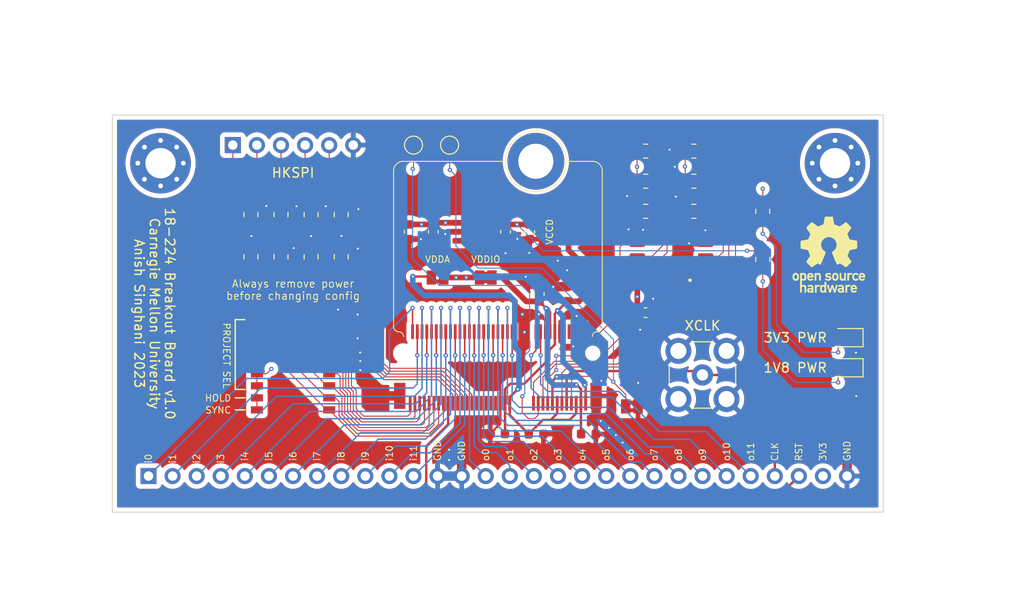
<source format=kicad_pcb>
(kicad_pcb (version 20221018) (generator pcbnew)
  (layers (0 "F.Cu" signal) (1 "In1.Cu" signal) (2 "In2.Cu" signal) (31 "B.Cu" signal) (34 "B.Paste" user) (35 "F.Paste" user) (36 "B.SilkS" user "B.Silkscreen") (37 "F.SilkS" user "F.Silkscreen") (38 "B.Mask" user) (39 "F.Mask" user) (44 "Edge.Cuts" user))
  (net 0 "")
  (net 1 "+3V3")
  (net 2 "GND")
  (net 3 "+1V8")
  (net 4 "vccd")
  (net 5 "vdda")
  (net 6 "vddio")
  (net 7 "Net-(D1-A)")
  (net 8 "Net-(D2-A)")
  (net 9 "mprj_io[4]_SCK")
  (net 10 "mprj_io[3]_CSB")
  (net 11 "mprj_io[2]_SDI")
  (net 12 "mprj_io[1]_SDO")
  (net 13 "mprj_io[0]")
  (net 14 "mprj_io[14]")
  (net 15 "mprj_io[15]")
  (net 16 "mprj_io[16]")
  (net 17 "mprj_io[17]")
  (net 18 "mprj_io[18]")
  (net 19 "mprj_io[19]")
  (net 20 "mprj_io[20]")
  (net 21 "mprj_io[21]")
  (net 22 "mprj_io[22]")
  (net 23 "mprj_io[23]")
  (net 24 "mprj_io[24]")
  (net 25 "mprj_io[25]")
  (net 26 "mprj_io[26]")
  (net 27 "mprj_io[27]")
  (net 28 "mprj_io[28]")
  (net 29 "mprj_io[29]")
  (net 30 "mprj_io[30]")
  (net 31 "mprj_io[31]")
  (net 32 "mprj_io[32]")
  (net 33 "mprj_io[33]")
  (net 34 "mprj_io[34]")
  (net 35 "mprj_io[35]")
  (net 36 "mprj_io[36]")
  (net 37 "mprj_io[37]")
  (net 38 "uio_clk")
  (net 39 "mprj_io[5]_ser_rx")
  (net 40 "~{RST}")
  (net 41 "Caravel_CSB")
  (net 42 "Caravel_SCK")
  (net 43 "Caravel_D0")
  (net 44 "Caravel_D1")
  (net 45 "Flash_WP")
  (net 46 "Flash_HOLD")
  (net 47 "mprj_io[6]_ser_tx")
  (net 48 "mprj_io[7]")
  (net 49 "mprj_io[13]")
  (net 50 "mprj_io[12]")
  (net 51 "mprj_io[11]")
  (net 52 "mprj_io[10]")
  (net 53 "mprj_io[9]")
  (net 54 "mprj_io[8]")
  (net 55 "gpio")
  (footprint "Symbol:OSHW-Logo_7.5x8mm_SilkScreen" (layer "F.Cu") (at 249.5296 90.932)
    (fp_text reference "REF**" hide)
    (fp_text value "OSHW-Logo_7.5x8mm_SilkScreen" hide)
  )
  (footprint "Package_SO:SOIC-8_5.23x5.23mm_P1.27mm" (layer "F.Cu") (at 232.94 91.73 180)
    (fp_text reference "U2" hide)
    (fp_text value "DNF")
  )
  (footprint "Jumper:SolderJumper-2_P1.3mm_Bridged2Bar_Pad1.0x1.5mm" (layer "F.Cu") (at 213.36 93.345 180)
    (fp_text reference "JP2" hide)
    (fp_text value "VDDIO_JMP")
  )
  (footprint "Capacitor_SMD:C_0603_1608Metric" (layer "F.Cu") (at 214.61 109.84 180)
    (fp_text reference "C7" hide)
    (fp_text value "1u")
  )
  (footprint "Resistor_SMD:R_0805_2012Metric" (layer "F.Cu") (at 230.2275 83.185)
    (fp_text reference "R2" hide)
    (fp_text value "DNF")
  )
  (footprint "Jumper:SolderJumper-2_P1.3mm_Bridged2Bar_Pad1.0x1.5mm" (layer "F.Cu") (at 222.09 88.52 90)
    (fp_text reference "JP3" hide)
    (fp_text value "VCCD_JMP")
  )
  (footprint "Connector_PinHeader_2.54mm:PinHeader_1x06_P2.54mm_Vertical" (layer "F.Cu") (at 186.69 79.375 90)
    (fp_text reference "J1" hide)
    (fp_text value "HKSPI_HDR")
  )
  (footprint "Capacitor_SMD:C_0603_1608Metric" (layer "F.Cu") (at 207.83 88.52 -90)
    (fp_text reference "C2" hide)
    (fp_text value "0.1u")
  )
  (footprint "TestPoint:TestPoint_Pad_D1.5mm" (layer "F.Cu") (at 205.74 79.375)
    (fp_text reference "TP1" hide)
    (fp_text value "CARAVEL_GPIO_TP")
  )
  (footprint "Resistor_SMD:R_0805_2012Metric" (layer "F.Cu") (at 188.595 86.7175 90)
    (fp_text reference "R17" hide)
    (fp_text value "10K")
  )
  (footprint "Resistor_SMD:R_0805_2012Metric" (layer "F.Cu") (at 230.2275 86.36)
    (fp_text reference "R3" hide)
    (fp_text value "DNF")
  )
  (footprint "MountingHole:MountingHole_3.2mm_M3_Pad_Via" (layer "F.Cu") (at 250.19 81.28)
    (fp_text reference "H2" hide)
    (fp_text value "MountingHole")
  )
  (footprint "Resistor_SMD:R_0805_2012Metric" (layer "F.Cu") (at 242.57 86.36 90)
    (fp_text reference "R7" hide)
    (fp_text value "1K")
  )
  (footprint "Capacitor_SMD:C_0603_1608Metric" (layer "F.Cu") (at 224.19 109.86)
    (fp_text reference "C16" hide)
    (fp_text value "1u")
  )
  (footprint "MicroMod-Sparkfun:M.2-CONNECTOR-E" (layer "F.Cu") (at 214.6425 101.3375)
    (fp_text reference "U1" hide)
    (fp_text value "caravel-M.2-card" hide)
  )
  (footprint "MicroMod-Sparkfun:MicroMod-Standoff" (layer "F.Cu") (at 218.6432 81.0768 90)
    (fp_text reference "H1" hide)
    (fp_text value "MICROMOD-Standoff")
  )
  (footprint "Resistor_SMD:R_0805_2012Metric" (layer "F.Cu") (at 198.12 86.7175 90)
    (fp_text reference "R11" hide)
    (fp_text value "10K")
  )
  (footprint "Resistor_SMD:R_0805_2012Metric" (layer "F.Cu") (at 235.3075 86.36)
    (fp_text reference "R5" hide)
    (fp_text value "DNF")
  )
  (footprint "MountingHole:MountingHole_3.2mm_M3_Pad_Via" (layer "F.Cu") (at 179.07 81.28)
    (fp_text reference "H3" hide)
    (fp_text value "MountingHole")
  )
  (footprint "LED_SMD:LED_0805_2012Metric" (layer "F.Cu") (at 251.46 102.87 180)
    (fp_text reference "D2" hide)
    (fp_text value "1V8")
  )
  (footprint "Capacitor_SMD:C_0603_1608Metric" (layer "F.Cu") (at 221.95 95.08 90)
    (fp_text reference "C12" hide)
    (fp_text value "0.1u")
  )
  (footprint "Jumper:SolderJumper-2_P1.3mm_Bridged2Bar_Pad1.0x1.5mm" (layer "F.Cu") (at 228.77 106.95)
    (fp_text reference "JP4" hide)
    (fp_text value "SOC_RST_JMP")
  )
  (footprint "Resistor_SMD:R_0805_2012Metric" (layer "F.Cu") (at 194.945 91.1625 90)
    (fp_text reference "R12" hide)
    (fp_text value "10K")
  )
  (footprint "Jumper:SolderJumper-2_P1.3mm_Bridged2Bar_Pad1.0x1.5mm" (layer "F.Cu") (at 208.28 93.345)
    (fp_text reference "JP1" hide)
    (fp_text value "VDDA_JMP")
  )
  (footprint "Connector_Coaxial:SMB_Jack_Vertical" (layer "F.Cu") (at 236.21 103.63 -90)
    (fp_text reference "J2" hide)
    (fp_text value "SMA_CONN")
  )
  (footprint "Resistor_SMD:R_0805_2012Metric" (layer "F.Cu") (at 188.595 91.1625 90)
    (fp_text reference "R16" hide)
    (fp_text value "10K")
  )
  (footprint "Resistor_SMD:R_0805_2012Metric" (layer "F.Cu") (at 230.2275 80.01)
    (fp_text reference "R6" hide)
    (fp_text value "DNF")
  )
  (footprint "Resistor_SMD:R_0805_2012Metric" (layer "F.Cu") (at 235.3075 83.185)
    (fp_text reference "R4" hide)
    (fp_text value "10K")
  )
  (footprint "Resistor_SMD:R_0805_2012Metric" (layer "F.Cu") (at 194.945 86.7175 90)
    (fp_text reference "R13" hide)
    (fp_text value "10K")
  )
  (footprint "Resistor_SMD:R_0805_2012Metric" (layer "F.Cu") (at 235.3075 80.01)
    (fp_text reference "R1" hide)
    (fp_text value "DNF")
  )
  (footprint "Capacitor_SMD:C_0603_1608Metric" (layer "F.Cu") (at 205.29 88.52 -90)
    (fp_text reference "C3" hide)
    (fp_text value "10u")
  )
  (footprint "TestPoint:TestPoint_Pad_D1.5mm" (layer "F.Cu") (at 209.55 79.375 -90)
    (fp_text reference "TP2" hide)
    (fp_text value "RST_TP")
  )
  (footprint "Capacitor_SMD:C_0603_1608Metric" (layer "F.Cu") (at 215.45 88.52 -90)
    (fp_text reference "C5" hide)
    (fp_text value "10u")
  )
  (footprint "LED_SMD:LED_0805_2012Metric" (layer "F.Cu") (at 251.46 99.695 180)
    (fp_text reference "D1" hide)
    (fp_text value "3V3")
  )
  (footprint "Capacitor_SMD:C_0603_1608Metric" (layer "F.Cu") (at 217.99 88.52 -90)
    (fp_text reference "C4" hide)
    (fp_text value "1u")
  )
  (footprint "Package_TO_SOT_SMD:SOT-23-5" (layer "F.Cu") (at 211.64 88.52)
    (fp_text reference "U3" hide)
    (fp_text value "AP2112K-1.8")
  )
  (footprint "Capacitor_SMD:C_0603_1608Metric_Pad1.08x0.95mm_HandSolder" (layer "F.Cu") (at 230.21 97.05)
    (fp_text reference "C1" hide)
    (fp_text value "DNF")
  )
  (footprint "Resistor_SMD:R_0805_2012Metric" (layer "F.Cu") (at 191.77 91.1625 90)
    (fp_text reference "R14" hide)
    (fp_text value "10K")
  )
  (footprint "Capacitor_SMD:C_0603_1608Metric" (layer "F.Cu") (at 219 95.09 90)
    (fp_text reference "C17" hide)
    (fp_text value "0.1u")
  )
  (footprint "Capacitor_SMD:C_0603_1608Metric" (layer "F.Cu") (at 218.67 109.87)
    (fp_text reference "C13" hide)
    (fp_text value "1u")
  )
  (footprint "Resistor_SMD:R_0805_2012Metric" (layer "F.Cu") (at 198.12 91.1625 90)
    (fp_text reference "R10" hide)
    (fp_text value "10K")
  )
  (footprint "Button_Switch_SMD:SW_DIP_SPSTx08_Slide_KingTek_DSHP08TS_W7.62mm_P1.27mm" (layer "F.Cu") (at 193.04 102.87)
    (fp_text reference "SW1" hide)
    (fp_text value "DSHP08TSGER")
  )
  (footprint "Resistor_SMD:R_0805_2012Metric" (layer "F.Cu") (at 191.77 86.7175 90)
    (fp_text reference "R15" hide)
    (fp_text value "10K")
  )
  (footprint "Connector_PinHeader_2.54mm:PinHeader_1x30_P2.54mm_Vertical" (layer "F.Cu") (at 177.8 114.3 90)
    (fp_text reference "J3" hide)
    (fp_text value "GPIO_HDR")
  )
  (footprint "Resistor_SMD:R_0805_2012Metric" (layer "F.Cu") (at 242.57 91.44 90)
    (fp_text reference "R8" hide)
    (fp_text value "100R")
  )
  (gr_line (start 186.944 105.156) (end 187.96 105.156) (stroke (width 0.15)) (layer "F.SilkS"))
  (gr_line (start 186.944 106.045) (end 187.96 106.045) (stroke (width 0.15)) (layer "F.SilkS"))
  (gr_line (start 187.96 97.79) (end 186.944 97.79) (stroke (width 0.15)) (layer "F.SilkS"))
  (gr_line (start 186.944 107.315) (end 187.96 107.315) (stroke (width 0.15)) (layer "F.SilkS"))
  (gr_line (start 186.944 97.79) (end 186.944 105.156) (stroke (width 0.15)) (layer "F.SilkS"))
  (gr_rect (start 173.99 76.2) (end 255.27 118.11) (stroke (width 0.1)) (fill none) (layer "Edge.Cuts"))
  (gr_text "i6" (at 193.04 112.776 90) (layer "F.SilkS") (effects (font (size 0.7 0.7) (thickness 0.1)) (justify left)))
  (gr_text "i10" (at 203.2 112.776 90) (layer "F.SilkS") (effects (font (size 0.7 0.7) (thickness 0.1)) (justify left)))
  (gr_text "o1" (at 215.9 112.776 90) (layer "F.SilkS") (effects (font (size 0.7 0.7) (thickness 0.1)) (justify left)))
  (gr_text "RST" (at 246.38 112.776 90) (layer "F.SilkS") (effects (font (size 0.7 0.7) (thickness 0.1)) (justify left)))
  (gr_text "i7" (at 195.58 112.776 90) (layer "F.SilkS") (effects (font (size 0.7 0.7) (thickness 0.1)) (justify left)))
  (gr_text "o9" (at 236.22 112.776 90) (layer "F.SilkS") (effects (font (size 0.7 0.7) (thickness 0.1)) (justify left)))
  (gr_text "18-224 Breakout Board v1.0\nCarnegie Mellon University\nAnish Singhani 2023" (at 178.435 97.155 270) (layer "F.SilkS") (effects (font (size 1 1))))
  (gr_text "Always remove power\nbefore changing config" (at 193.04 94.6404) (layer "F.SilkS") (effects (font (size 0.8 0.8) (thickness 0.1))))
  (gr_text "i4" (at 187.96 112.776 90) (layer "F.SilkS") (effects (font (size 0.7 0.7) (thickness 0.1)) (justify left)))
  (gr_text "o10" (at 238.76 112.776 90) (layer "F.SilkS") (effects (font (size 0.7 0.7) (thickness 0.1)) (justify left)))
  (gr_text "VDDIO" (at 213.36 91.44) (layer "F.SilkS") (effects (font (size 0.7 0.7) (thickness 0.1))))
  (gr_text "o5" (at 226.06 112.776 90) (layer "F.SilkS") (effects (font (size 0.7 0.7) (thickness 0.1)) (justify left)))
  (gr_text "GND" (at 208.28 112.776 90) (layer "F.SilkS") (effects (font (size 0.7 0.7) (thickness 0.1)) (justify left)))
  (gr_text "GND" (at 210.82 112.776 90) (layer "F.SilkS") (effects (font (size 0.7 0.7) (thickness 0.1)) (justify left)))
  (gr_text "SYNC" (at 186.563 106.934) (layer "F.SilkS") (effects (font (size 0.7 0.7) (thickness 0.1)) (justify right top)))
  (gr_text "i5" (at 190.5 112.776 90) (layer "F.SilkS") (effects (font (size 0.7 0.7) (thickness 0.1)) (justify left)))
  (gr_text "i8" (at 198.12 112.776 90) (layer "F.SilkS") (effects (font (size 0.7 0.7) (thickness 0.1)) (justify left)))
  (gr_text "o3" (at 220.98 112.776 90) (layer "F.SilkS") (effects (font (size 0.7 0.7) (thickness 0.1)) (justify left)))
  (gr_text "o7" (at 231.14 112.776 90) (layer "F.SilkS") (effects (font (size 0.7 0.7) (thickness 0.1)) (justify left)))
  (gr_text "VDDA" (at 208.28 91.44) (layer "F.SilkS") (effects (font (size 0.7 0.7) (thickness 0.1))))
  (gr_text "PROJECT SEL" (at 186.436 101.6 270) (layer "F.SilkS") (effects (font (size 0.7 0.7) (thickness 0.1)) (justify top)))
  (gr_text "3V3 PWR" (at 249.428 99.695) (layer "F.SilkS") (effects (font (size 1 1)) (justify right)))
  (gr_text "o0" (at 213.36 112.776 90) (layer "F.SilkS") (effects (font (size 0.7 0.7) (thickness 0.1)) (justify left)))
  (gr_text "i9" (at 200.66 112.776 90) (layer "F.SilkS") (effects (font (size 0.7 0.7) (thickness 0.1)) (justify left)))
  (gr_text "i11" (at 205.74 112.776 90) (layer "F.SilkS") (effects (font (size 0.7 0.7) (thickness 0.1)) (justify left)))
  (gr_text "CLK" (at 243.84 112.776 90) (layer "F.SilkS") (effects (font (size 0.7 0.7) (thickness 0.1)) (justify left)))
  (gr_text "o4" (at 223.52 112.776 90) (layer "F.SilkS") (effects (font (size 0.7 0.7) (thickness 0.1)) (justify left)))
  (gr_text "GND" (at 251.46 112.776 90) (layer "F.SilkS") (effects (font (size 0.7 0.7) (thickness 0.1)) (justify left)))
  (gr_text "o8" (at 233.68 112.776 90) (layer "F.SilkS") (effects (font (size 0.7 0.7) (thickness 0.1)) (justify left)))
  (gr_text "HKSPI" (at 193.04 82.296) (layer "F.SilkS") (effects (font (size 1 1))))
  (gr_text "o2" (at 218.44 112.776 90) (layer "F.SilkS") (effects (font (size 0.7 0.7) (thickness 0.1)) (justify left)))
  (gr_text "3V3" (at 248.92 112.776 90) (layer "F.SilkS") (effects (font (size 0.7 0.7) (thickness 0.1)) (justify left)))
  (gr_text "o6" (at 228.6 112.776 90) (layer "F.SilkS") (effects (font (size 0.7 0.7) (thickness 0.1)) (justify left)))
  (gr_text "i0" (at 177.8 113.03 90) (layer "F.SilkS") (effects (font (size 0.7 0.7) (thickness 0.1)) (justify left)))
  (gr_text "i2" (at 182.88 113.03 90) (layer "F.SilkS") (effects (font (size 0.7 0.7) (thickness 0.1)) (justify left)))
  (gr_text "i1" (at 180.34 113.03 90) (layer "F.SilkS") (effects (font (size 0.7 0.7) (thickness 0.1)) (justify left)))
  (gr_text "VCCD" (at 220.091 88.519 90) (layer "F.SilkS") (effects (font (size 0.7 0.7) (thickness 0.1))))
  (gr_text "i3" (at 185.42 113.03 90) (layer "F.SilkS") (effects (font (size 0.7 0.7) (thickness 0.1)) (justify left)))
  (gr_text "o11" (at 241.3 112.776 90) (layer "F.SilkS") (effects (font (size 0.7 0.7) (thickness 0.1)) (justify left)))
  (gr_text "1V8 PWR" (at 249.428 102.87) (layer "F.SilkS") (effects (font (size 1 1)) (justify right)))
  (gr_text "HOLD" (at 186.563 105.664) (layer "F.SilkS") (effects (font (size 0.7 0.7) (thickness 0.1)) (justify right top)))
  (gr_text "XCLK" (at 236.22 98.425) (layer "F.SilkS") (effects (font (size 1 1))))
  (segment (start 211.2 87.57) (end 210.5025 87.57) (width 0.1) (layer "F.Cu") (net 1))
  (segment (start 229.315 80.01) (end 229.315 81.6572) (width 0.1) (layer "F.Cu") (net 1))
  (segment (start 211.3026 93.345) (end 210.2358 93.345) (width 0.6) (layer "F.Cu") (net 1))
  (segment (start 210.2358 93.345) (end 208.93 93.345) (width 0.6) (layer "F.Cu") (net 1))
  (segment (start 211.67 88.9) (end 211.67 88.04) (width 0.1) (layer "F.Cu") (net 1))
  (segment (start 207.83 87.745) (end 208.005 87.57) (width 0.6) (layer "F.Cu") (net 1))
  (segment (start 206.59 87.745) (end 207.83 87.745) (width 0.6) (layer "F.Cu") (net 1))
  (segment (start 229.34 97.0425) (end 229.3475 97.05) (width 0.6) (layer "F.Cu") (net 1))
  (segment (start 234.395 81.6064) (end 234.395 80.01) (width 0.1) (layer "F.Cu") (net 1))
  (segment (start 205.29 87.745) (end 206.59 87.745) (width 0.6) (layer "F.Cu") (net 1))
  (segment (start 229.34 93.635) (end 229.34 95.37) (width 0.6) (layer "F.Cu") (net 1))
  (segment (start 234.395 86.36) (end 234.395 81.6648) (width 0.1) (layer "F.Cu") (net 1))
  (segment (start 211.67 88.04) (end 211.2 87.57) (width 0.1) (layer "F.Cu") (net 1))
  (segment (start 208.005 87.57) (end 209.115 87.57) (width 0.6) (layer "F.Cu") (net 1))
  (segment (start 190.246 103.505) (end 190.754 102.997) (width 0.1) (layer "F.Cu") (net 1))
  (segment (start 211.1 89.47) (end 211.67 88.9) (width 0.1) (layer "F.Cu") (net 1))
  (segment (start 229.315 81.6572) (end 229.3112 81.661) (width 0.1) (layer "F.Cu") (net 1))
  (segment (start 209.125 87.57) (end 210.5025 87.57) (width 0.6) (layer "F.Cu") (net 1))
  (segment (start 209.115 87.57) (end 209.12 87.565) (width 0.6) (layer "F.Cu") (net 1))
  (segment (start 242.57 85.4475) (end 242.57 83.9724) (width 0.1) (layer "F.Cu") (net 1))
  (segment (start 229.3112 81.661) (end 229.315 81.6648) (width 0.1) (layer "F.Cu") (net 1))
  (segment (start 209.12 87.565) (end 209.125 87.57) (width 0.6) (layer "F.Cu") (net 1))
  (segment (start 189.23 103.505) (end 190.246 103.505) (width 0.1) (layer "F.Cu") (net 1))
  (segment (start 212.71 93.345) (end 211.3026 93.345) (width 0.6) (layer "F.Cu") (net 1))
  (segment (start 229.315 81.6648) (end 229.315 86.36) (width 0.1) (layer "F.Cu") (net 1))
  (segment (start 234.3658 81.6356) (end 234.395 81.6064) (width 0.1) (layer "F.Cu") (net 1))
  (segment (start 234.395 81.6648) (end 234.3658 81.6356) (width 0.1) (layer "F.Cu") (net 1))
  (segment (start 229.34 95.37) (end 229.34 97.0425) (width 0.6) (layer "F.Cu") (net 1))
  (segment (start 210.5025 89.47) (end 211.1 89.47) (width 0.1) (layer "F.Cu") (net 1))
  (segment (start 189.23 98.425) (end 189.23 107.315) (width 0.1) (layer "F.Cu") (net 1))
  (via (at 211.3026 93.345) (size 0.45) (drill 0.2) (layers "F.Cu" "B.Cu") (net 1))
  (via (at 229.3112 81.661) (size 0.45) (drill 0.2) (layers "F.Cu" "B.Cu") (net 1))
  (via (at 210.2358 93.345) (size 0.45) (drill 0.2) (layers "F.Cu" "B.Cu") (net 1))
  (via (at 190.754 102.997) (size 0.45) (drill 0.2) (layers "F.Cu" "B.Cu") (net 1))
  (via (at 206.59 87.745) (size 0.45) (drill 0.2) (layers "F.Cu" "B.Cu") (net 1))
  (via (at 209.12 87.565) (size 0.45) (drill 0.2) (layers "F.Cu" "B.Cu") (net 1))
  (via (at 242.57 83.9724) (size 0.45) (drill 0.2) (layers "F.Cu" "B.Cu") (net 1))
  (via (at 234.3658 81.6356) (size 0.45) (drill 0.2) (layers "F.Cu" "B.Cu") (net 1))
  (via (at 229.34 95.37) (size 0.45) (drill 0.2) (layers "F.Cu" "B.Cu") (net 1))
  (segment (start 224.9925 108.0001) (end 225.4758 108.4834) (width 1) (layer "F.Cu") (net 2))
  (segment (start 194.945 90.25) (end 194.945 88.9762) (width 0.25) (layer "F.Cu") (net 2))
  (segment (start 210.5025 88.52) (end 209.35 88.52) (width 0.6) (layer "F.Cu") (net 2))
  (segment (start 188.595 90.25) (end 188.595 89.027) (width 0.25) (layer "F.Cu") (net 2))
  (segment (start 231.0725 97.05) (end 231.0725 97.4257) (width 0.25) (layer "F.Cu") (net 2))
  (segment (start 224.9925 105.8375) (end 224.9925 108.0001) (width 1) (layer "F.Cu") (net 2))
  (segment (start 209.09 88.78) (end 209.09 88.75) (width 0.6) (layer "F.Cu") (net 2))
  (segment (start 196.4944 85.8266) (end 196.516 85.805) (width 0.25) (layer "F.Cu") (net 2))
  (segment (start 214.8925 104.3375) (end 214.8925 104.0775) (width 0.25) (layer "F.Cu") (net 2))
  (segment (start 206.515 89.295) (end 205.29 89.295) (width 0.6) (layer "F.Cu") (net 2))
  (segment (start 210.82 114.3) (end 210.82 110.9726) (width 1) (layer "F.Cu") (net 2))
  (segment (start 221.1425 97.9875) (end 221.721 97.409) (width 0.25) (layer "F.Cu") (net 2))
  (segment (start 215.45 89.295) (end 216.665 89.295) (width 0.6) (layer "F.Cu") (net 2))
  (segment (start 201.9975 105.8375) (end 200.12 103.96) (width 1) (layer "F.Cu") (net 2))
  (segment (start 225.5012 108.4834) (end 227.7872 110.7694) (width 1) (layer "F.Cu") (net 2))
  (segment (start 204.2925 105.8375) (end 201.9975 105.8375) (width 1) (layer "F.Cu") (net 2))
  (segment (start 200.12 103.1306) (end 200.1266 103.124) (width 1) (layer "F.Cu") (net 2))
  (segment (start 214.8925 106.6125) (end 214.8925 105.5375) (width 0.25) (layer "F.Cu") (net 2))
  (segment (start 191.77 85.805) (end 193.374 85.805) (width 0.25) (layer "F.Cu") (net 2))
  (segment (start 221.625 100.62) (end 222.58 100.62) (width 0.25) (layer "F.Cu") (net 2))
  (segment (start 231.0725 97.4257) (end 229.6414 98.8568) (width 0.25) (layer "F.Cu") (net 2))
  (segment (start 206.52 89.29) (end 206.515 89.295) (width 0.6) (layer "F.Cu") (net 2))
  (segment (start 225.4758 108.4834) (end 225.5012 108.4834) (width 1) (layer "F.Cu") (net 2))
  (segment (start 221.721 97.409) (end 222.9358 97.409) (width 0.25) (layer "F.Cu") (net 2))
  (segment (start 209.12 88.75) (end 209.35 88.52) (width 0.6) (layer "F.Cu") (net 2))
  (segment (start 207.83 89.295) (end 206.525 89.295) (width 0.6) (layer "F.Cu") (net 2))
  (segment (start 252.3975 101.2721) (end 252.3975 102.87) (width 0.1) (layer "F.Cu") (net 2))
  (segment (start 220.4514 94.315) (end 220.472 94.3356) (width 1) (layer "F.Cu") (net 2))
  (segment (start 214.8925 106.6125) (end 214.8925 108.7825) (width 0.25) (layer "F.Cu") (net 2))
  (segment (start 221.94 94.315) (end 221.95 94.305) (width 1) (layer "F.Cu") (net 2))
  (segment (start 216.69 89.27) (end 216.715 89.295) (width 0.6) (layer "F.Cu") (net 2))
  (segment (start 217.242 97.21) (end 217.2208 97.2312) (width 0.25) (layer "F.Cu") (net 2))
  (segment (start 229.42 104.48) (end 229.43 104.47) (width 0.1) (layer "F.Cu") (net 2))
  (segment (start 190.2206 85.8012) (end 190.2244 85.805) (width 0.25) (layer "F.Cu") (net 2))
  (segment (start 196.516 85.805) (end 198.12 85.805) (width 0.25) (layer "F.Cu") (net 2))
  (segment (start 191.77 90.25) (end 193.1124 90.25) (width 0.25) (layer "F.Cu") (net 2))
  (segment (start 252.4252 105.8672) (end 252.4252 102.8977) (width 1) (layer "F.Cu") (net 2))
  (segment (start 207.83 89.295) (end 208.575 89.295) (width 0.6) (layer "F.Cu") (net 2))
  (segment (start 220.4926 94.315) (end 221.94 94.315) (width 1) (layer "F.Cu") (net 2))
  (segment (start 190.2168 85.805) (end 190.2206 85.8012) (width 0.25) (layer "F.Cu") (net 2))
  (segment (start 229.42 106.95) (end 229.42 104.48) (width 0.1) (layer "F.Cu") (net 2))
  (segment (start 216.715 89.295) (end 217.99 89.295) (width 0.6) (layer "F.Cu") (net 2))
  (segment (start 252.3998 101.2698) (end 252.3975 101.2721) (width 0.1) (layer "F.Cu") (net 2))
  (segment (start 252.3975 99.695) (end 252.3975 101.2675) (width 0.1) (layer "F.Cu") (net 2))
  (segment (start 216.665 89.295) (end 216.69 89.27) (width 0.6) (layer "F.Cu") (net 2))
  (segment (start 200.12 103.96) (end 200.12 103.1306) (width 1) (layer "F.Cu") (net 2))
  (segment (start 209.09 88.75) (end 209.12 88.75) (width 0.6) (layer "F.Cu") (net 2))
  (segment (start 198.12 90.25) (end 198.12 88.9762) (width 0.25) (layer "F.Cu") (net 2))
  (segment (start 219.6425 97.8925) (end 218.96 97.21) (width 0.25) (layer "F.Cu") (net 2))
  (segment (start 200.12 101.27) (end 200.11 101.26) (width 1) (layer "F.Cu") (net 2))
  (segment (start 251.46 106.8324) (end 252.4252 105.8672) (width 1) (layer "F.Cu") (net 2))
  (segment (start 193.3956 85.8266) (end 193.4172 85.805) (width 0.25) (layer "F.Cu") (net 2))
  (segment (start 215.43 103.54) (end 217.4494 101.5206) (width 0.25) (layer "F.Cu") (net 2))
  (segment (start 200.12 103.1174) (end 200.12 102.1654) (width 1) (layer "F.Cu") (net 2))
  (segment (start 188.595 85.805) (end 190.2168 85.805) (width 0.25) (layer "F.Cu") (net 2))
  (segment (start 221.1425 100.1375) (end 221.625 100.62) (width 0.25) (layer "F.Cu") (net 2))
  (segment (start 194.945 85.805) (end 196.4728 85.805) (width 0.25) (layer "F.Cu") (net 2))
  (segment (start 219 94.315) (end 220.4514 94.315) (width 1) (layer "F.Cu") (net 2))
  (segment (start 206.525 89.295) (end 206.52 89.29) (width 0.6) (layer "F.Cu") (net 2))
  (segment (start 188.595 89.027) (end 188.6458 88.9762) (width 0.25) (layer "F.Cu") (net 2))
  (segment (start 252.3975 101.2675) (end 252.3998 101.2698) (width 0.1) (layer "F.Cu") (net 2))
  (segment (start 200.12 102.1522) (end 200.12 101.27) (width 1) (layer "F.Cu") (net 2))
  (segment (start 190.2244 85.805) (end 191.77 85.805) (width 0.25) (layer "F.Cu") (net 2))
  (segment (start 200.12 102.1654) (end 200.1266 102.1588) (width 1) (layer "F.Cu") (net 2))
  (segment (start 220.472 94.3356) (end 220.4926 94.315) (width 1) (layer "F.Cu") (net 2))
  (segment (start 196.4728 85.805) (end 196.4944 85.8266) (width 0.25) (layer "F.Cu") (net 2))
  (segment (start 224.9925 104.809) (end 225.552 104.2495) (width 0.25) (layer "F.Cu") (net 2))
  (segment (start 193.4172 85.805) (end 194.945 85.805) (width 0.25) (layer "F.Cu") (net 2))
  (segment (start 217.4494 101.5206) (end 217.4494 99.1108) (width 0.25) (layer "F.Cu") (net 2))
  (segment (start 224.9925 105.8375) (end 224.9925 104.809) (width 0.25) (layer "F.Cu") (net 2))
  (segment (start 198.12 88.9762) (end 198.1454 88.9508) (width 0.25) (layer "F.Cu") (net 2))
  (segment (start 252.4252 102.8977) (end 252.3975 102.87) (width 1) (layer "F.Cu") (net 2))
  (segment (start 251.46 114.3) (end 251.7902 114.3) (width 0.25) (layer "F.Cu") (net 2))
  (segment (start 214.8925 108.7825) (end 213.835 109.84) (width 0.25) (layer "F.Cu") (net 2))
  (segment (start 200.1266 103.124) (end 200.12 103.1174) (width 1) (layer "F.Cu") (net 2))
  (segment (start 251.46 114.3) (end 251.46 106.8324) (width 1) (layer "F.Cu") (net 2))
  (segment (start 214.8925 105.5375) (end 214.8925 104.3375) (width 0.25) (layer "F.Cu") (net 2))
  (segment (start 193.1124 90.25) (end 193.1162 90.2462) (width 0.25) (layer "F.Cu") (net 2))
  (segment (start 221.1425 99.0625) (end 221.1425 97.9875) (width 0.25) (layer "F.Cu") (net 2))
  (segment (start 218.96 97.21) (end 217.242 97.21) (width 0.25) (layer "F.Cu") (net 2))
  (segment (start 214.8925 104.0775) (end 215.43 103.54) (width 0.25) (layer "F.Cu") (net 2))
  (segment (start 221.1425 99.0625) (end 221.1425 100.1375) (width 0.25) (layer "F.Cu") (net 2))
  (segment (start 213.835 109.84) (end 211.9526 109.84) (width 1) (layer "F.Cu") (net 2))
  (segment (start 210.82 110.9726) (end 211.9526 109.84) (width 1) (layer "F.Cu") (net 2))
  (segment (start 200.1266 102.1588) (end 200.12 102.1522) (width 1) (layer "F.Cu") (net 2))
  (segment (start 193.374 85.805) (end 193.3956 85.8266) (width 0.25) (layer "F.Cu") (net 2))
  (segment (start 219.6425 99.0625) (end 219.6425 97.8925) (width 0.25) (layer "F.Cu") (net 2))
  (segment (start 208.575 89.295) (end 209.09 88.78) (width 0.6) (layer "F.Cu") (net 2))
  (via (at 199.9234 86.1314) (size 0.45) (drill 0.2) (layers "F.Cu" "B.Cu") (net 2))
  (via (at 199.8472 97.2566) (size 0.45) (drill 0.2) (layers "F.Cu" "B.Cu") (net 2))
  (via (at 221.9452 92.583) (size 0.45) (drill 0.2) (layers "F.Cu" "B.Cu") (net 2))
  (via (at 232.7402 79.8576) (size 0.45) (drill 0.2) (layers "F.Cu" "B.Cu") (net 2))
  (via (at 198.1454 88.9508) (size 0.45) (drill 0.2) (layers "F.Cu" "B.Cu") (net 2))
  (via (at 197.7898 96.7232) (size 0.45) (drill 0.2) (layers "F.Cu" "B.Cu") (net 2))
  (via (at 196.4944 85.8266) (size 0.45) (drill 0.2) (layers "F.Cu" "B.Cu") (net 2))
  (via (at 199.8726 90.297) (size 0.45) (drill 0.2) (layers "F.Cu" "B.Cu") (net 2))
  (via (at 222.9358 97.409) (size 0.45) (drill 0.2) (layers "F.Cu" "B.Cu") (net 2))
  (via (at 193.1162 90.2462) (size 0.45) (drill 0.2) (layers "F.Cu" "B.Cu") (net 2))
  (via (at 226.3394 109.22) (size 0.45) (drill 0.2) (layers "F.Cu" "B.Cu") (net 2))
  (via (at 228.4222 88.265) (size 0.45) (drill 0.2) (layers "F.Cu" "B.Cu") (net 2))
  (via (at 209.4992 111.5314) (size 0.45) (drill 0.2) (layers "F.Cu" "B.Cu") (net 2))
  (via (at 215.4428 90.7796) (size 0.45) (drill 0.2) (layers "F.Cu" "B.Cu") (net 2))
  (via (at 225.4758 108.4834) (size 0.45) (drill 0.2) (layers "F.Cu" "B.Cu") (net 2))
  (via (at 190.2206 85.8012) (size 0.45) (drill 0.2) (layers "F.Cu" "B.Cu") (net 2))
  (via (at 229.9462 88.3158) (size 0.45) (drill 0.2) (layers "F.Cu" "B.Cu") (net 2))
  (via (at 188.6458 88.9762) (size 0.45) (drill 0.2) (layers "F.Cu" "B.Cu") (net 2))
  (via (at 229.6414 98.8568) (size 0.45) (drill 0.2) (layers "F.Cu" "B.Cu") (net 2))
  (via (at 234.7976 89.7382) (size 0.45) (drill 0.2) (layers "F.Cu" "B.Cu") (net 2))
  (via (at 200.1266 103.124) (size 0.45) (drill 0.2) (layers "F.Cu" "B.Cu") (net 2))
  (via (at 222.58 100.62) (size 0.45) (drill 0.2) (layers "F.Cu" "B.Cu") (net 2))
  (via (at 227.7872 110.7694) (size 0.45) (drill 0.2) (layers "F.Cu" "B.Cu") (net 2))
  (via (at 229.43 104.47) (size 0.45) (drill 0.2) (layers "F.Cu" "B.Cu") (net 2))
  (via (at 216.69 89.27) (size 0.45) (drill 0.2) (layers "F.Cu" "B.Cu") (net 2))
  (via (at 193.3956 85.8266) (size 0.45) (drill 0.2) (layers "F.Cu" "B.Cu") (net 2))
  (via (at 233.4006 84.8106) (size 0.45) (drill 0.2) (layers "F.Cu" "B.Cu") (net 2))
  (via (at 231.013 95.5802) (size 0.45) (drill 0.2) (layers "F.Cu" "B.Cu") (net 2))
  (via (at 220.472 94.3356) (size 0.45) (drill 0.2) (layers "F.Cu" "B.Cu") (net 2))
  (via (at 228.2698 84.7598) (size 0.45) (drill 0.2) (layers "F.Cu" "B.Cu") (net 2))
  (via (at 199.8472 99.7712) (size 0.45) (drill 0.2) (layers "F.Cu" "B.Cu") (net 2))
  (via (at 217.2208 97.2312) (size 0.45) (drill 0.2) (layers "F.Cu" "B.Cu") (net 2))
  (via (at 209.4992 112.5982) (size 0.45) (drill 0.2) (layers "F.Cu" "B.Cu") (net 2))
  (via (at 227.076 109.982) (size 0.45) (drill 0.2) (layers "F.Cu" "B.Cu") (net 2))
  (via (at 252.4252 105.8672) (size 0.45) (drill 0.2) (layers "F.Cu" "B.Cu") (net 2))
  (via (at 200.11 101.26) (size 0.45) (drill 0.2) (layers "F.Cu" "B.Cu") (net 2))
  (via (at 217.9574 90.7542) (size 0.45) (drill 0.2) (layers "F.Cu" "B.Cu") (net 2))
  (via (at 225.552 104.2495) (size 0.45) (drill 0.2) (layers "F.Cu" "B.Cu") (net 2))
  (via (at 220.9546 91.567) (size 0.45) (drill 0.2) (layers "F.Cu" "B.Cu") (net 2))
  (via (at 206.52 89.29) (size 0.45) (drill 0.2) (layers "F.Cu" "B.Cu") (net 2))
  (via (at 217.4494 99.1108) (size 0.45) (drill 0.2) (layers "F.Cu" "B.Cu") (net 2))
  (via (at 236.5248 88.3666) (size 0.45) (drill 0.2) (layers "F.Cu" "B.Cu") (net 2))
  (via (at 217.5764 93.2688) (size 0.45) (drill 0.2) (layers "F.Cu" "B.Cu") (net 2))
  (via (at 233.299 81.661) (size 0.45) (drill 0.2) (layers "F.Cu" "B.Cu") (net 2))
  (via (at 252.3998 101.2698) (size 0.45) (drill 0.2) (layers "F.Cu" "B.Cu") (net 2))
  (via (at 200.1266 102.1588) (size 0.45) (drill 0.2) (layers "F.Cu" "B.Cu") (net 2))
  (via (at 194.945 88.9762) (size 0.45) (drill 0.2) (layers "F.Cu" "B.Cu") (net 2))
  (via (at 209.09 88.75) (size 0.45) (drill 0.2) (layers "F.Cu" "B.Cu") (net 2))
  (via (at 218.96 97.21) (size 0.45) (drill 0.2) (layers "F.Cu" "B.Cu") (net 2))
  (segment (start 208.28 114.3) (end 210.82 114.3) (width 1) (layer "B.Cu") (net 2))
  (segment (start 221.965 87.745) (end 222.09 87.87) (width 0.6) (layer "F.Cu") (net 3))
  (segment (start 212.7775 87.57) (end 215.275 87.57) (width 0.6) (layer "F.Cu") (net 3))
  (segment (start 217.99 87.745) (end 221.965 87.745) (width 0.6) (layer "F.Cu") (net 3))
  (segment (start 242.57 90.5275) (end 240.9209 90.5275) (width 0.1) (layer "F.Cu") (net 3))
  (segment (start 215.275 87.57) (end 215.45 87.745) (width 0.6) (layer "F.Cu") (net 3))
  (segment (start 216.662 87.745) (end 215.45 87.745) (width 0.6) (layer "F.Cu") (net 3))
  (segment (start 240.9209 90.5275) (end 240.919 90.5256) (width 0.1) (layer "F.Cu") (net 3))
  (segment (start 217.99 87.745) (end 216.662 87.745) (width 0.6) (layer "F.Cu") (net 3))
  (via (at 240.919 90.5256) (size 0.45) (drill 0.2) (layers "F.Cu" "B.Cu") (net 3))
  (via (at 216.662 87.745) (size 0.45) (drill 0.2) (layers "F.Cu" "B.Cu") (net 3))
  (segment (start 240.919 90.5256) (end 219.4426 90.5256) (width 0.1) (layer "B.Cu") (net 3))
  (segment (start 219.4426 90.5256) (end 216.662 87.745) (width 0.1) (layer "B.Cu") (net 3))
  (segment (start 215.3925 109.8325) (end 215.385 109.84) (width 0.25) (layer "F.Cu") (net 4))
  (segment (start 220.07 100.99) (end 220.6425 100.4175) (width 0.25) (layer "F.Cu") (net 4))
  (segment (start 223.7486 92.1004) (end 223.7486 95.3008) (width 0.6) (layer "F.Cu") (net 4))
  (segment (start 222.09 89.17) (end 222.09 90.4418) (width 0.6) (layer "F.Cu") (net 4))
  (segment (start 223.1944 95.855) (end 221.95 95.855) (width 0.6) (layer "F.Cu") (net 4))
  (segment (start 220.07 101.91) (end 220.07 100.99) (width 0.25) (layer "F.Cu") (net 4))
  (segment (start 215.3925 105.1075) (end 215.94 104.56) (width 0.25) (layer "F.Cu") (net 4))
  (segment (start 223.8925 104.7875) (end 223.79 104.685) (width 0.25) (layer "F.Cu") (net 4))
  (segment (start 220.6425 99.0625) (end 220.6425 97.1625) (width 0.25) (layer "F.Cu") (net 4))
  (segment (start 215.3925 106.6125) (end 215.3925 105.1075) (width 0.25) (layer "F.Cu") (net 4))
  (segment (start 220.3925 104.2675) (end 220.85 103.81) (width 0.25) (layer "F.Cu") (net 4))
  (segment (start 220.3925 105) (end 220.3925 104.8825) (width 0.25) (layer "F.Cu") (net 4))
  (segment (start 222.09 90.4418) (end 223.7486 92.1004) (width 0.6) (layer "F.Cu") (net 4))
  (segment (start 223.7486 95.3008) (end 223.1944 95.855) (width 0.6) (layer "F.Cu") (net 4))
  (segment (start 220.6425 100.4175) (end 220.6425 99.0625) (width 0.25) (layer "F.Cu") (net 4))
  (segment (start 220.3925 106.6125) (end 220.3925 105) (width 0.25) (layer "F.Cu") (net 4))
  (segment (start 217.42 104.56) (end 220.07 101.91) (width 0.25) (layer "F.Cu") (net 4))
  (segment (start 223.8925 106.6125) (end 223.8925 104.7875) (width 0.25) (layer "F.Cu") (net 4))
  (segment (start 215.3925 106.6125) (end 215.3925 109.8325) (width 0.25) (layer "F.Cu") (net 4))
  (segment (start 215.94 104.56) (end 217.42 104.56) (width 0.25) (layer "F.Cu") (net 4))
  (segment (start 220.6425 97.1625) (end 221.95 95.855) (width 0.25) (layer "F.Cu") (net 4))
  (segment (start 220.3925 105) (end 220.3925 104.2675) (width 0.25) (layer "F.Cu") (net 4))
  (via (at 220.85 103.81) (size 0.45) (drill 0.2) (layers "F.Cu" "B.Cu") (net 4))
  (via (at 220.93 96.85) (size 0.45) (drill 0.2) (layers "F.Cu" "B.Cu") (net 4))
  (via (at 223.79 104.685) (size 0.45) (drill 0.2) (layers "F.Cu" "B.Cu") (net 4))
  (segment (start 223.79 104.685) (end 223.79 104.479695) (width 0.6) (layer "B.Cu") (net 4))
  (segment (start 223.145305 103.835) (end 220.85 103.835) (width 0.6) (layer "B.Cu") (net 4))
  (segment (start 221.505 102.194695) (end 223.145305 103.835) (width 0.6) (layer "B.Cu") (net 4))
  (segment (start 221.505 97.425) (end 221.505 102.194695) (width 0.6) (layer "B.Cu") (net 4))
  (segment (start 220.93 96.85) (end 221.505 97.425) (width 0.6) (layer "B.Cu") (net 4))
  (segment (start 223.79 104.479695) (end 223.145305 103.835) (width 0.6) (layer "B.Cu") (net 4))
  (segment (start 215.8925 106.6125) (end 215.8925 105.9763) (width 0.25) (layer "F.Cu") (net 5))
  (segment (start 217.895 109.87) (end 219.395 108.37) (width 0.25) (layer "F.Cu") (net 5))
  (segment (start 220.8925 107.6875) (end 220.8925 106.6125) (width 0.25) (layer "F.Cu") (net 5))
  (segment (start 220.21 108.37) (end 220.8925 107.6875) (width 0.25) (layer "F.Cu") (net 5))
  (segment (start 215.8925 107.8675) (end 215.8925 106.6125) (width 0.25) (layer "F.Cu") (net 5))
  (segment (start 222.8925 107.6875) (end 222.21 108.37) (width 0.25) (layer "F.Cu") (net 5))
  (segment (start 215.8925 105.9763) (end 216.7382 105.1306) (width 0.25) (layer "F.Cu") (net 5))
  (segment (start 217.895 109.87) (end 215.8925 107.8675) (width 0.25) (layer "F.Cu") (net 5))
  (segment (start 222.8925 106.6125) (end 222.8925 107.6875) (width 0.25) (layer "F.Cu") (net 5))
  (segment (start 207.5284 93.2434) (end 207.63 93.345) (width 0.25) (layer "F.Cu") (net 5))
  (segment (start 222.21 108.37) (end 220.21 108.37) (width 0.25) (layer "F.Cu") (net 5))
  (segment (start 219.395 108.37) (end 220.21 108.37) (width 0.25) (layer "F.Cu") (net 5))
  (segment (start 205.6638 93.2434) (end 207.5284 93.2434) (width 0.25) (layer "F.Cu") (net 5))
  (via (at 205.6638 93.2434) (size 0.45) (drill 0.2) (layers "F.Cu" "B.Cu") (net 5))
  (via (at 216.7382 105.1306) (size 0.45) (drill 0.2) (layers "F.Cu" "B.Cu") (net 5))
  (segment (start 216.865 101.1426) (end 216.865 105.0038) (width 0.6) (layer "B.Cu") (net 5))
  (segment (start 216.865 105.0038) (end 216.7382 105.1306) (width 0.6) (layer "B.Cu") (net 5))
  (segment (start 216.4286 100.7062) (end 216.865 101.1426) (width 0.6) (layer "B.Cu") (net 5))
  (segment (start 205.6638 94.0562) (end 206.8322 95.2246) (width 0.6) (layer "B.Cu") (net 5))
  (segment (start 215.7984 95.2246) (end 206.8322 95.2246) (width 0.6) (layer "B.Cu") (net 5))
  (segment (start 216.4286 100.7062) (end 216.4286 95.8548) (width 0.6) (layer "B.Cu") (net 5))
  (segment (start 216.4286 95.8548) (end 215.7984 95.2246) (width 0.6) (layer "B.Cu") (net 5))
  (segment (start 205.6638 93.2434) (end 205.6638 94.0562) (width 0.6) (layer "B.Cu") (net 5))
  (segment (start 223.3925 106.6125) (end 223.3925 105.1075) (width 0.25) (layer "F.Cu") (net 6))
  (segment (start 215.1126 93.345) (end 217.6326 95.865) (width 0.6) (layer "F.Cu") (net 6))
  (segment (start 223.3925 109.8375) (end 223.415 109.86) (width 0.25) (layer "F.Cu") (net 6))
  (segment (start 220.1425 97.0075) (end 219 95.865) (width 0.25) (layer "F.Cu") (net 6))
  (segment (start 223.3925 106.6125) (end 223.3925 109.8375) (width 0.25) (layer "F.Cu") (net 6))
  (segment (start 217.6326 95.865) (end 219 95.865) (width 0.6) (layer "F.Cu") (net 6))
  (segment (start 214.01 93.345) (end 215.1126 93.345) (width 0.6) (layer "F.Cu") (net 6))
  (segment (start 223.3925 105.1075) (end 222.93 104.645) (width 0.25) (layer "F.Cu") (net 6))
  (segment (start 220.1425 99.0625) (end 220.1425 97.0075) (width 0.25) (layer "F.Cu") (net 6))
  (via (at 222.93 104.645) (size 0.45) (drill 0.2) (layers "F.Cu" "B.Cu") (net 6))
  (via (at 219.72 96.6) (size 0.45) (drill 0.2) (layers "F.Cu" "B.Cu") (net 6))
  (segment (start 219.865 103.981371) (end 220.581662 104.698033) (width 0.6) (layer "B.Cu") (net 6))
  (segment (start 220.581662 104.698033) (end 222.876968 104.698032) (width 0.6) (layer "B.Cu") (net 6))
  (segment (start 219.865 96.745) (end 219.865 103.981371) (width 0.6) (layer "B.Cu") (net 6))
  (segment (start 219.72 96.6) (end 219.865 96.745) (width 0.6) (layer "B.Cu") (net 6))
  (segment (start 242.57 87.2725) (end 242.57 88.7222) (width 0.1) (layer "F.Cu") (net 7))
  (segment (start 250.5202 101.2444) (end 250.5202 99.6973) (width 0.1) (layer "F.Cu") (net 7))
  (segment (start 250.5202 99.6973) (end 250.5225 99.695) (width 0.1) (layer "F.Cu") (net 7))
  (via (at 250.5202 101.2444) (size 0.45) (drill 0.2) (layers "F.Cu" "B.Cu") (net 7))
  (via (at 242.57 88.7222) (size 0.45) (drill 0.2) (layers "F.Cu" "B.Cu") (net 7))
  (segment (start 242.57 88.7222) (end 243.9924 90.1446) (width 0.1) (layer "B.Cu") (net 7))
  (segment (start 246.888 101.2444) (end 250.5202 101.2444) (width 0.1) (layer "B.Cu") (net 7))
  (segment (start 243.9924 90.1446) (end 243.9924 98.3488) (width 0.1) (layer "B.Cu") (net 7))
  (segment (start 243.9924 98.3488) (end 246.888 101.2444) (width 0.1) (layer "B.Cu") (net 7))
  (segment (start 242.57 92.3525) (end 242.57 93.7514) (width 0.1) (layer "F.Cu") (net 8))
  (segment (start 250.5202 104.4194) (end 250.5202 102.8723) (width 0.1) (layer "F.Cu") (net 8))
  (segment (start 250.5202 102.8723) (end 250.5225 102.87) (width 0.1) (layer "F.Cu") (net 8))
  (via (at 250.5202 104.4194) (size 0.45) (drill 0.2) (layers "F.Cu" "B.Cu") (net 8))
  (via (at 242.57 93.7514) (size 0.45) (drill 0.2) (layers "F.Cu" "B.Cu") (net 8))
  (segment (start 242.57 93.7514) (end 242.57 101.0158) (width 0.1) (layer "B.Cu") (net 8))
  (segment (start 245.9736 104.4194) (end 250.5202 104.4194) (width 0.1) (layer "B.Cu") (net 8))
  (segment (start 242.57 101.0158) (end 245.9736 104.4194) (width 0.1) (layer "B.Cu") (net 8))
  (segment (start 187.83 83.28) (end 186.69 82.14) (width 0.1) (layer "F.Cu") (net 9))
  (segment (start 208.335 104.13) (end 202.62 104.13) (width 0.1) (layer "F.Cu") (net 9))
  (segment (start 198.54 83.28) (end 187.83 83.28) (width 0.1) (layer "F.Cu") (net 9))
  (segment (start 186.69 82.14) (end 186.69 79.375) (width 0.1) (layer "F.Cu") (net 9))
  (segment (start 209.8925 106.6125) (end 209.8925 105.6875) (width 0.1) (layer "F.Cu") (net 9))
  (segment (start 201.07 85.81) (end 198.54 83.28) (width 0.1) (layer "F.Cu") (net 9))
  (segment (start 202.62 104.13) (end 201.07 102.58) (width 0.1) (layer "F.Cu") (net 9))
  (segment (start 209.8925 105.6875) (end 208.335 104.13) (width 0.1) (layer "F.Cu") (net 9))
  (segment (start 201.07 102.58) (end 201.07 85.81) (width 0.1) (layer "F.Cu") (net 9))
  (segment (start 189.23 79.375) (end 189.23 82.38) (width 0.1) (layer "F.Cu") (net 10))
  (segment (start 202.744264 103.83) (end 208.485 103.83) (width 0.1) (layer "F.Cu") (net 10))
  (segment (start 210.3925 105.7375) (end 210.3925 106.6125) (width 0.1) (layer "F.Cu") (net 10))
  (segment (start 198.664264 82.98) (end 201.37 85.685736) (width 0.1) (layer "F.Cu") (net 10))
  (segment (start 208.485 103.83) (end 210.3925 105.7375) (width 0.1) (layer "F.Cu") (net 10))
  (segment (start 189.23 82.38) (end 189.83 82.98) (width 0.1) (layer "F.Cu") (net 10))
  (segment (start 189.83 82.98) (end 198.664264 82.98) (width 0.1) (layer "F.Cu") (net 10))
  (segment (start 201.37 85.685736) (end 201.37 102.455736) (width 0.1) (layer "F.Cu") (net 10))
  (segment (start 201.37 102.455736) (end 202.744264 103.83) (width 0.1) (layer "F.Cu") (net 10))
  (segment (start 202.868528 103.53) (end 201.67 102.331472) (width 0.1) (layer "F.Cu") (net 11))
  (segment (start 198.788528 82.68) (end 192.3 82.68) (width 0.1) (layer "F.Cu") (net 11))
  (segment (start 201.67 85.561472) (end 198.788528 82.68) (width 0.1) (layer "F.Cu") (net 11))
  (segment (start 192.3 82.68) (end 191.77 82.15) (width 0.1) (layer "F.Cu") (net 11))
  (segment (start 208.685 103.53) (end 202.868528 103.53) (width 0.1) (layer "F.Cu") (net 11))
  (segment (start 191.77 82.15) (end 191.77 79.375) (width 0.1) (layer "F.Cu") (net 11))
  (segment (start 210.8925 106.6125) (end 210.8925 105.7375) (width 0.1) (layer "F.Cu") (net 11))
  (segment (start 210.8925 105.7375) (end 208.685 103.53) (width 0.1) (layer "F.Cu") (net 11))
  (segment (start 201.67 102.331472) (end 201.67 85.561472) (width 0.1) (layer "F.Cu") (net 11))
  (segment (start 198.912792 82.38) (end 201.97 85.437208) (width 0.1) (layer "F.Cu") (net 12))
  (segment (start 201.97 101.9) (end 201.97 102.207208) (width 0.1) (layer "F.Cu") (net 12))
  (segment (start 201.97 85.437208) (end 201.97 101.9) (width 0.1) (layer "F.Cu") (net 12))
  (segment (start 211.3925 105.7925) (end 211.3925 106.6125) (width 0.1) (layer "F.Cu") (net 12))
  (segment (start 194.31 81.79) (end 194.9 82.38) (width 0.1) (layer "F.Cu") (net 12))
  (segment (start 194.31 79.375) (end 194.31 81.79) (width 0.1) (layer "F.Cu") (net 12))
  (segment (start 208.83 103.23) (end 211.3925 105.7925) (width 0.1) (layer "F.Cu") (net 12))
  (segment (start 194.9 82.38) (end 198.912792 82.38) (width 0.1) (layer "F.Cu") (net 12))
  (segment (start 201.97 102.207208) (end 202.992792 103.23) (width 0.1) (layer "F.Cu") (net 12))
  (segment (start 202.992792 103.23) (end 208.83 103.23) (width 0.1) (layer "F.Cu") (net 12))
  (segment (start 211.8925 106.6125) (end 211.8925 105.6875) (width 0.1) (layer "F.Cu") (net 13))
  (segment (start 202.27 102.082944) (end 202.27 85.312944) (width 0.1) (layer "F.Cu") (net 13))
  (segment (start 211.8925 105.6875) (end 209.135 102.93) (width 0.1) (layer "F.Cu") (net 13))
  (segment (start 202.27 85.312944) (end 199.037056 82.08) (width 0.1) (layer "F.Cu") (net 13))
  (segment (start 203.117056 102.93) (end 202.27 102.082944) (width 0.1) (layer "F.Cu") (net 13))
  (segment (start 197.37 82.08) (end 196.85 81.56) (width 0.1) (layer "F.Cu") (net 13))
  (segment (start 196.85 81.56) (end 196.85 79.375) (width 0.1) (layer "F.Cu") (net 13))
  (segment (start 209.135 102.93) (end 203.117056 102.93) (width 0.1) (layer "F.Cu") (net 13))
  (segment (start 199.037056 82.08) (end 197.37 82.08) (width 0.1) (layer "F.Cu") (net 13))
  (segment (start 205.6425 99.0625) (end 205.6425 96.5625) (width 0.15) (layer "F.Cu") (net 14))
  (segment (start 205.6425 96.5625) (end 205.64 96.56) (width 0.15) (layer "F.Cu") (net 14))
  (via (at 205.64 96.56) (size 0.45) (drill 0.2) (layers "F.Cu" "B.Cu") (net 14))
  (segment (start 205.64 96.56) (end 203.22 98.98) (width 0.15) (layer "B.Cu") (net 14))
  (segment (start 203.22 103.29) (end 202.51 104) (width 0.15) (layer "B.Cu") (net 14))
  (segment (start 202.51 104) (end 188.1 104) (width 0.15) (layer "B.Cu") (net 14))
  (segment (start 203.22 98.98) (end 203.22 103.29) (width 0.15) (layer "B.Cu") (net 14))
  (segment (start 188.1 104) (end 177.8 114.3) (width 0.15) (layer "B.Cu") (net 14))
  (segment (start 206.1425 99.0625) (end 206.1425 101.5575) (width 0.15) (layer "F.Cu") (net 15))
  (segment (start 206.1425 101.5575) (end 206.14 101.56) (width 0.15) (layer "F.Cu") (net 15))
  (via (at 206.14 101.56) (size 0.45) (drill 0.2) (layers "F.Cu" "B.Cu") (net 15))
  (segment (start 205.71 105) (end 189.64 105) (width 0.15) (layer "B.Cu") (net 15))
  (segment (start 189.64 105) (end 180.34 114.3) (width 0.15) (layer "B.Cu") (net 15))
  (segment (start 206.14 104.57) (end 205.71 105) (width 0.15) (layer "B.Cu") (net 15))
  (segment (start 206.14 101.56) (end 206.14 104.57) (width 0.15) (layer "B.Cu") (net 15))
  (segment (start 206.6425 96.5625) (end 206.64 96.56) (width 0.15) (layer "F.Cu") (net 16))
  (segment (start 206.6425 99.0625) (end 206.6425 96.5625) (width 0.15) (layer "F.Cu") (net 16))
  (via (at 206.64 96.56) (size 0.45) (drill 0.2) (layers "F.Cu" "B.Cu") (net 16))
  (segment (start 205.84 105.88) (end 191.3 105.88) (width 0.15) (layer "B.Cu") (net 16))
  (segment (start 191.3 105.88) (end 182.88 114.3) (width 0.15) (layer "B.Cu") (net 16))
  (segment (start 206.64 105.08) (end 205.84 105.88) (width 0.15) (layer "B.Cu") (net 16))
  (segment (start 206.64 96.56) (end 206.64 105.08) (width 0.15) (layer "B.Cu") (net 16))
  (segment (start 207.1425 99.0625) (end 207.1425 101.5575) (width 0.15) (layer "F.Cu") (net 17))
  (segment (start 207.1425 101.5575) (end 207.14 101.56) (width 0.15) (layer "F.Cu") (net 17))
  (via (at 207.14 101.56) (size 0.45) (drill 0.2) (layers "F.Cu" "B.Cu") (net 17))
  (segment (start 207.14 101.56) (end 207.14 105.51) (width 0.15) (layer "B.Cu") (net 17))
  (segment (start 205.98 106.67) (end 193.05 106.67) (width 0.15) (layer "B.Cu") (net 17))
  (segment (start 193.05 106.67) (end 185.42 114.3) (width 0.15) (layer "B.Cu") (net 17))
  (segment (start 207.14 105.51) (end 205.98 106.67) (width 0.15) (layer "B.Cu") (net 17))
  (segment (start 207.6425 99.0625) (end 207.6425 96.5625) (width 0.15) (layer "F.Cu") (net 18))
  (segment (start 207.6425 96.5625) (end 207.64 96.56) (width 0.15) (layer "F.Cu") (net 18))
  (via (at 207.64 96.56) (size 0.45) (drill 0.2) (layers "F.Cu" "B.Cu") (net 18))
  (segment (start 207.64 96.56) (end 207.64 105.84) (width 0.15) (layer "B.Cu") (net 18))
  (segment (start 206 107.48) (end 194.78 107.48) (width 0.15) (layer "B.Cu") (net 18))
  (segment (start 194.78 107.48) (end 187.96 114.3) (width 0.15) (layer "B.Cu") (net 18))
  (segment (start 207.64 105.84) (end 206 107.48) (width 0.15) (layer "B.Cu") (net 18))
  (segment (start 208.1425 101.5575) (end 208.14 101.56) (width 0.15) (layer "F.Cu") (net 19))
  (segment (start 208.1425 99.0625) (end 208.1425 101.5575) (width 0.15) (layer "F.Cu") (net 19))
  (via (at 208.14 101.56) (size 0.45) (drill 0.2) (layers "F.Cu" "B.Cu") (net 19))
  (segment (start 208.14 106.26) (end 206.16 108.24) (width 0.15) (layer "B.Cu") (net 19))
  (segment (start 206.16 108.24) (end 196.56 108.24) (width 0.15) (layer "B.Cu") (net 19))
  (segment (start 196.56 108.24) (end 190.5 114.3) (width 0.15) (layer "B.Cu") (net 19))
  (segment (start 208.14 101.56) (end 208.14 106.26) (width 0.15) (layer "B.Cu") (net 19))
  (segment (start 208.6425 99.0625) (end 208.6425 96.5625) (width 0.15) (layer "F.Cu") (net 20))
  (segment (start 208.6425 96.5625) (end 208.64 96.56) (width 0.15) (layer "F.Cu") (net 20))
  (via (at 208.64 96.56) (size 0.45) (drill 0.2) (layers "F.Cu" "B.Cu") (net 20))
  (segment (start 208.64 106.71) (end 206.46 108.89) (width 0.15) (layer "B.Cu") (net 20))
  (segment (start 206.46 108.89) (end 198.45 108.89) (width 0.15) (layer "B.Cu") (net 20))
  (segment (start 198.45 108.89) (end 193.04 114.3) (width 0.15) (layer "B.Cu") (net 20))
  (segment (start 208.64 96.56) (end 208.64 106.71) (width 0.15) (layer "B.Cu") (net 20))
  (segment (start 209.1425 101.5575) (end 209.14 101.56) (width 0.15) (layer "F.Cu") (net 21))
  (segment (start 209.1425 99.0625) (end 209.1425 101.5575) (width 0.15) (layer "F.Cu") (net 21))
  (via (at 209.14 101.56) (size 0.45) (drill 0.2) (layers "F.Cu" "B.Cu") (net 21))
  (segment (start 206.79 109.68) (end 200.2 109.68) (width 0.15) (layer "B.Cu") (net 21))
  (segment (start 200.2 109.68) (end 195.58 114.3) (width 0.15) (layer "B.Cu") (net 21))
  (segment (start 209.14 107.33) (end 206.79 109.68) (width 0.15) (layer "B.Cu") (net 21))
  (segment (start 209.14 101.56) (end 209.14 107.33) (width 0.15) (layer "B.Cu") (net 21))
  (segment (start 209.6425 96.5625) (end 209.64 96.56) (width 0.15) (layer "F.Cu") (net 22))
  (segment (start 209.6425 99.0625) (end 209.6425 96.5625) (width 0.15) (layer "F.Cu") (net 22))
  (via (at 209.64 96.56) (size 0.45) (drill 0.2) (layers "F.Cu" "B.Cu") (net 22))
  (segment (start 209.64 107.78) (end 207.02 110.4) (width 0.15) (layer "B.Cu") (net 22))
  (segment (start 202.02 110.4) (end 198.12 114.3) (width 0.15) (layer "B.Cu") (net 22))
  (segment (start 209.64 96.56) (end 209.64 107.78) (width 0.15) (layer "B.Cu") (net 22))
  (segment (start 207.02 110.4) (end 202.02 110.4) (width 0.15) (layer "B.Cu") (net 22))
  (segment (start 210.1425 101.5575) (end 210.14 101.56) (width 0.15) (layer "F.Cu") (net 23))
  (segment (start 210.1425 99.0625) (end 210.1425 101.5575) (width 0.15) (layer "F.Cu") (net 23))
  (via (at 210.14 101.56) (size 0.45) (drill 0.2) (layers "F.Cu" "B.Cu") (net 23))
  (segment (start 210.14 101.56) (end 210.14 108.24) (width 0.15) (layer "B.Cu") (net 23))
  (segment (start 207.25 111.13) (end 203.83 111.13) (width 0.15) (layer "B.Cu") (net 23))
  (segment (start 203.83 111.13) (end 200.66 114.3) (width 0.15) (layer "B.Cu") (net 23))
  (segment (start 210.14 108.24) (end 207.25 111.13) (width 0.15) (layer "B.Cu") (net 23))
  (segment (start 210.6425 96.5625) (end 210.64 96.56) (width 0.15) (layer "F.Cu") (net 24))
  (segment (start 210.6425 99.0625) (end 210.6425 96.5625) (width 0.15) (layer "F.Cu") (net 24))
  (via (at 210.64 96.56) (size 0.45) (drill 0.2) (layers "F.Cu" "B.Cu") (net 24))
  (segment (start 210.64 96.56) (end 210.64 108.71) (width 0.15) (layer "B.Cu") (net 24))
  (segment (start 210.64 108.71) (end 207.5 111.85) (width 0.15) (layer "B.Cu") (net 24))
  (segment (start 205.65 111.85) (end 203.2 114.3) (width 0.15) (layer "B.Cu") (net 24))
  (segment (start 207.5 111.85) (end 205.65 111.85) (width 0.15) (layer "B.Cu") (net 24))
  (segment (start 211.1425 99.0625) (end 211.1425 101.5575) (width 0.15) (layer "F.Cu") (net 25))
  (segment (start 211.1425 101.5575) (end 211.14 101.56) (width 0.15) (layer "F.Cu") (net 25))
  (via (at 211.14 101.56) (size 0.45) (drill 0.2) (layers "F.Cu" "B.Cu") (net 25))
  (segment (start 211.14 108.9) (end 205.74 114.3) (width 0.15) (layer "B.Cu") (net 25))
  (segment (start 211.14 101.56) (end 211.14 108.9) (width 0.15) (layer "B.Cu") (net 25))
  (segment (start 211.6425 99.0625) (end 211.6425 96.5625) (width 0.15) (layer "F.Cu") (net 26))
  (segment (start 211.6425 96.5625) (end 211.64 96.56) (width 0.15) (layer "F.Cu") (net 26))
  (via (at 211.64 96.56) (size 0.45) (drill 0.2) (layers "F.Cu" "B.Cu") (net 26))
  (segment (start 211.64 112.58) (end 213.36 114.3) (width 0.15) (layer "B.Cu") (net 26))
  (segment (start 211.64 96.56) (end 211.64 112.58) (width 0.15) (layer "B.Cu") (net 26))
  (segment (start 212.1425 101.5575) (end 212.14 101.56) (width 0.15) (layer "F.Cu") (net 27))
  (segment (start 212.1425 99.0625) (end 212.1425 101.5575) (width 0.15) (layer "F.Cu") (net 27))
  (via (at 212.14 101.56) (size 0.45) (drill 0.2) (layers "F.Cu" "B.Cu") (net 27))
  (segment (start 212.14 101.56) (end 212.14 111.1) (width 0.15) (layer "B.Cu") (net 27))
  (segment (start 215.9 113.2) (end 215.9 114.3) (width 0.15) (layer "B.Cu") (net 27))
  (segment (start 212.86 111.82) (end 214.52 111.82) (width 0.15) (layer "B.Cu") (net 27))
  (segment (start 212.14 111.1) (end 212.86 111.82) (width 0.15) (layer "B.Cu") (net 27))
  (segment (start 214.52 111.82) (end 215.9 113.2) (width 0.15) (layer "B.Cu") (net 27))
  (segment (start 212.6425 99.0625) (end 212.6425 96.5625) (width 0.15) (layer "F.Cu") (net 28))
  (segment (start 212.6425 96.5625) (end 212.64 96.56) (width 0.15) (layer "F.Cu") (net 28))
  (via (at 212.64 96.56) (size 0.45) (drill 0.2) (layers "F.Cu" "B.Cu") (net 28))
  (segment (start 213.28 111.17) (end 215.31 111.17) (width 0.15) (layer "B.Cu") (net 28))
  (segment (start 212.64 110.53) (end 213.28 111.17) (width 0.15) (layer "B.Cu") (net 28))
  (segment (start 212.64 96.56) (end 212.64 110.53) (width 0.15) (layer "B.Cu") (net 28))
  (segment (start 215.31 111.17) (end 218.44 114.3) (width 0.15) (layer "B.Cu") (net 28))
  (segment (start 213.1425 101.5575) (end 213.14 101.56) (width 0.15) (layer "F.Cu") (net 29))
  (segment (start 213.1425 99.0625) (end 213.1425 101.5575) (width 0.15) (layer "F.Cu") (net 29))
  (via (at 213.14 101.56) (size 0.45) (drill 0.2) (layers "F.Cu" "B.Cu") (net 29))
  (segment (start 213.78 110.66) (end 217.34 110.66) (width 0.15) (layer "B.Cu") (net 29))
  (segment (start 213.14 101.56) (end 213.14 110.02) (width 0.15) (layer "B.Cu") (net 29))
  (segment (start 217.34 110.66) (end 220.98 114.3) (width 0.15) (layer "B.Cu") (net 29))
  (segment (start 213.14 110.02) (end 213.78 110.66) (width 0.15) (layer "B.Cu") (net 29))
  (segment (start 213.6425 96.5625) (end 213.64 96.56) (width 0.15) (layer "F.Cu") (net 30))
  (segment (start 213.6425 99.0625) (end 213.6425 96.5625) (width 0.15) (layer "F.Cu") (net 30))
  (via (at 213.64 96.56) (size 0.45) (drill 0.2) (layers "F.Cu" "B.Cu") (net 30))
  (segment (start 213.64 96.56) (end 213.64 109.41) (width 0.15) (layer "B.Cu") (net 30))
  (segment (start 213.64 109.41) (end 214.33 110.1) (width 0.15) (layer "B.Cu") (net 30))
  (segment (start 214.33 110.1) (end 219.32 110.1) (width 0.15) (layer "B.Cu") (net 30))
  (segment (start 219.32 110.1) (end 223.52 114.3) (width 0.15) (layer "B.Cu") (net 30))
  (segment (start 214.1425 101.5575) (end 214.14 101.56) (width 0.15) (layer "F.Cu") (net 31))
  (segment (start 214.1425 99.0625) (end 214.1425 101.5575) (width 0.15) (layer "F.Cu") (net 31))
  (via (at 214.14 101.56) (size 0.45) (drill 0.2) (layers "F.Cu" "B.Cu") (net 31))
  (segment (start 214.14 108.51) (end 215.16 109.53) (width 0.15) (layer "B.Cu") (net 31))
  (segment (start 221.29 109.53) (end 226.06 114.3) (width 0.15) (layer "B.Cu") (net 31))
  (segment (start 214.14 101.56) (end 214.14 108.51) (width 0.15) (layer "B.Cu") (net 31))
  (segment (start 215.16 109.53) (end 221.29 109.53) (width 0.15) (layer "B.Cu") (net 31))
  (segment (start 214.6425 99.0625) (end 214.6425 96.5625) (width 0.15) (layer "F.Cu") (net 32))
  (segment (start 214.6425 96.5625) (end 214.64 96.56) (width 0.15) (layer "F.Cu") (net 32))
  (via (at 214.64 96.56) (size 0.45) (drill 0.2) (layers "F.Cu" "B.Cu") (net 32))
  (segment (start 214.64 96.56) (end 214.64 107.92) (width 0.15) (layer "B.Cu") (net 32))
  (segment (start 223.25 108.95) (end 228.6 114.3) (width 0.15) (layer "B.Cu") (net 32))
  (segment (start 215.67 108.95) (end 223.25 108.95) (width 0.15) (layer "B.Cu") (net 32))
  (segment (start 214.64 107.92) (end 215.67 108.95) (width 0.15) (layer "B.Cu") (net 32))
  (segment (start 215.1425 101.5575) (end 215.14 101.56) (width 0.15) (layer "F.Cu") (net 33))
  (segment (start 215.1425 99.0625) (end 215.1425 101.5575) (width 0.15) (layer "F.Cu") (net 33))
  (via (at 215.14 101.56) (size 0.45) (drill 0.2) (layers "F.Cu" "B.Cu") (net 33))
  (segment (start 224.1424 108.42) (end 228.5238 112.8014) (width 0.15) (layer "B.Cu") (net 33))
  (segment (start 228.5238 112.8014) (end 229.6414 112.8014) (width 0.15) (layer "B.Cu") (net 33))
  (segment (start 215.14 101.56) (end 215.14 107.23) (width 0.15) (layer "B.Cu") (net 33))
  (segment (start 216.33 108.42) (end 224.1424 108.42) (width 0.15) (layer "B.Cu") (net 33))
  (segment (start 229.6414 112.8014) (end 231.14 114.3) (width 0.15) (layer "B.Cu") (net 33))
  (segment (start 215.14 107.23) (end 216.33 108.42) (width 0.15) (layer "B.Cu") (net 33))
  (segment (start 215.6425 99.0625) (end 215.6425 96.5625) (width 0.15) (layer "F.Cu") (net 34))
  (segment (start 215.6425 96.5625) (end 215.64 96.56) (width 0.15) (layer "F.Cu") (net 34))
  (via (at 215.64 96.56) (size 0.45) (drill 0.2) (layers "F.Cu" "B.Cu") (net 34))
  (segment (start 215.64 96.56) (end 215.64 106.65) (width 0.15) (layer "B.Cu") (net 34))
  (segment (start 215.64 106.65) (end 216.7 107.71) (width 0.15) (layer "B.Cu") (net 34))
  (segment (start 231.34 111.96) (end 233.68 114.3) (width 0.15) (layer "B.Cu") (net 34))
  (segment (start 225.96 107.71) (end 230.21 111.96) (width 0.15) (layer "B.Cu") (net 34))
  (segment (start 230.21 111.96) (end 231.34 111.96) (width 0.15) (layer "B.Cu") (net 34))
  (segment (start 216.7 107.71) (end 225.96 107.71) (width 0.15) (layer "B.Cu") (net 34))
  (segment (start 216.1425 99.0625) (end 216.1425 101.5575) (width 0.15) (layer "F.Cu") (net 35))
  (segment (start 216.1425 101.5575) (end 216.14 101.56) (width 0.15) (layer "F.Cu") (net 35))
  (via (at 216.14 101.56) (size 0.45) (drill 0.2) (layers "F.Cu" "B.Cu") (net 35))
  (segment (start 230.5 111.22) (end 233.14 111.22) (width 0.15) (layer "B.Cu") (net 35))
  (segment (start 216.89 107.04) (end 226.32 107.04) (width 0.15) (layer "B.Cu") (net 35))
  (segment (start 216.14 106.29) (end 216.89 107.04) (width 0.15) (layer "B.Cu") (net 35))
  (segment (start 226.32 107.04) (end 230.5 111.22) (width 0.15) (layer "B.Cu") (net 35))
  (segment (start 216.14 101.56) (end 216.14 106.29) (width 0.15) (layer "B.Cu") (net 35))
  (segment (start 233.14 111.22) (end 236.22 114.3) (width 0.15) (layer "B.Cu") (net 35))
  (segment (start 218.6425 101.0575) (end 218.14 101.56) (width 0.15) (layer "F.Cu") (net 36))
  (segment (start 218.6425 99.0625) (end 218.6425 101.0575) (width 0.15) (layer "F.Cu") (net 36))
  (via (at 218.14 101.56) (size 0.45) (drill 0.2) (layers "F.Cu" "B.Cu") (net 36))
  (segment (start 219.09 105.98) (end 226.67 105.98) (width 0.15) (layer "B.Cu") (net 36))
  (segment (start 218.14 105.03) (end 219.09 105.98) (width 0.15) (layer "B.Cu") (net 36))
  (segment (start 218.14 101.56) (end 218.14 105.03) (width 0.15) (layer "B.Cu") (net 36))
  (segment (start 231.12 110.43) (end 234.89 110.43) (width 0.15) (layer "B.Cu") (net 36))
  (segment (start 226.67 105.98) (end 231.12 110.43) (width 0.15) (layer "B.Cu") (net 36))
  (segment (start 234.89 110.43) (end 238.76 114.3) (width 0.15) (layer "B.Cu") (net 36))
  (segment (start 219.1425 99.0625) (end 219.1425 101.5575) (width 0.15) (layer "F.Cu") (net 37))
  (segment (start 219.1425 101.5575) (end 219.14 101.56) (width 0.15) (layer "F.Cu") (net 37))
  (via (at 219.14 101.56) (size 0.45) (drill 0.2) (layers "F.Cu" "B.Cu") (net 37))
  (segment (start 219.14 104.62) (end 219.14 101.56) (width 0.15) (layer "B.Cu") (net 37))
  (segment (start 231.63 109.6) (end 227.39 105.36) (width 0.15) (layer "B.Cu") (net 37))
  (segment (start 227.39 105.36) (end 219.88 105.36) (width 0.15) (layer "B.Cu") (net 37))
  (segment (start 241.3 114.3) (end 236.6 109.6) (width 0.15) (layer "B.Cu") (net 37))
  (segment (start 236.6 109.6) (end 231.63 109.6) (width 0.15) (layer "B.Cu") (net 37))
  (segment (start 219.88 105.36) (end 219.14 104.62) (width 0.15) (layer "B.Cu") (net 37))
  (segment (start 235.805 103.225) (end 236.21 103.63) (width 0.25) (layer "F.Cu") (net 38))
  (segment (start 221.8925 103.8425) (end 222.51 103.225) (width 0.25) (layer "F.Cu") (net 38))
  (segment (start 222.51 103.225) (end 235.805 103.225) (width 0.25) (layer "F.Cu") (net 38))
  (segment (start 221.8925 106.6125) (end 221.8925 103.8425) (width 0.25) (layer "F.Cu") (net 38))
  (segment (start 240.87 103.63) (end 243.84 106.6) (width 0.25) (layer "F.Cu") (net 38))
  (segment (start 236.21 103.63) (end 240.87 103.63) (width 0.25) (layer "F.Cu") (net 38))
  (segment (start 243.84 106.6) (end 243.84 114.3) (width 0.25) (layer "F.Cu") (net 38))
  (segment (start 207.0862 115.4938) (end 207.4164 115.824) (width 0.25) (layer "F.Cu") (net 39))
  (segment (start 209.3925 108.8441) (end 207.0862 111.1504) (width 0.25) (layer "F.Cu") (net 39))
  (segment (start 209.3925 106.6125) (end 209.3925 108.8441) (width 0.25) (layer "F.Cu") (net 39))
  (segment (start 244.856 115.824) (end 246.38 114.3) (width 0.25) (layer "F.Cu") (net 39))
  (segment (start 207.4164 115.824) (end 244.856 115.824) (width 0.25) (layer "F.Cu") (net 39))
  (segment (start 207.0862 111.1504) (end 207.0862 115.4938) (width 0.25) (layer "F.Cu") (net 39))
  (segment (start 222.84 103.775) (end 226.195 103.775) (width 0.1) (layer "F.Cu") (net 40))
  (segment (start 222.3925 105.245) (end 222.3925 104.2225) (width 0.1) (layer "F.Cu") (net 40))
  (segment (start 222.3925 106.6125) (end 222.3925 105.245) (width 0.1) (layer "F.Cu") (net 40))
  (segment (start 222.3925 104.2225) (end 222.84 103.775) (width 0.1) (layer "F.Cu") (net 40))
  (segment (start 226.822 104.3432) (end 226.822 104.402) (width 0.1) (layer "F.Cu") (net 40))
  (segment (start 226.7632 104.3432) (end 226.822 104.3432) (width 0.1) (layer "F.Cu") (net 40))
  (segment (start 209.55 81.9658) (end 209.55 79.375) (width 0.1) (layer "F.Cu") (net 40))
  (segment (start 222.3925 105.245) (end 222.3925 105.1875) (width 0.1) (layer "F.Cu") (net 40))
  (segment (start 226.195 103.775) (end 226.7632 104.3432) (width 0.1) (layer "F.Cu") (net 40))
  (segment (start 209.5754 81.9912) (end 209.55 81.9658) (width 0.1) (layer "F.Cu") (net 40))
  (segment (start 228.12 105.7) (end 228.12 106.95) (width 0.1) (layer "F.Cu") (net 40))
  (segment (start 226.822 104.402) (end 228.12 105.7) (width 0.1) (layer "F.Cu") (net 40))
  (via (at 209.5754 81.9912) (size 0.45) (drill 0.2) (layers "F.Cu" "B.Cu") (net 40))
  (via (at 226.822 104.3432) (size 0.45) (drill 0.2) (layers "F.Cu" "B.Cu") (net 40))
  (segment (start 210.2104 90.0176) (end 210.2104 82.6262) (width 0.1) (layer "B.Cu") (net 40))
  (segment (start 212.5472 92.3544) (end 210.2104 90.0176) (width 0.1) (layer "B.Cu") (net 40))
  (segment (start 226.822 104.3432) (end 226.822 99.8728) (width 0.1) (layer "B.Cu") (net 40))
  (segment (start 210.2104 82.6262) (end 209.5754 81.9912) (width 0.1) (layer "B.Cu") (net 40))
  (segment (start 226.822 99.8728) (end 219.3036 92.3544) (width 0.1) (layer "B.Cu") (net 40))
  (segment (start 219.3036 92.3544) (end 212.5472 92.3544) (width 0.1) (layer "B.Cu") (net 40))
  (segment (start 221.3925 103.4075) (end 221.3925 106.6125) (width 0.1) (layer "F.Cu") (net 41))
  (segment (start 222.0125 102.7875) (end 221.3925 103.4075) (width 0.1) (layer "F.Cu") (net 41))
  (segment (start 239.6998 83.4898) (end 236.22 80.01) (width 0.1) (layer "F.Cu") (net 41))
  (segment (start 239.6998 91.5924) (end 239.6998 83.4898) (width 0.1) (layer "F.Cu") (net 41))
  (segment (start 233.91 96.74) (end 227.8625 102.7875) (width 0.1) (layer "F.Cu") (net 41))
  (segment (start 233.91 94.45) (end 233.91 96.74) (width 0.1) (layer "F.Cu") (net 41))
  (segment (start 227.8625 102.7875) (end 222.0125 102.7875) (width 0.1) (layer "F.Cu") (net 41))
  (segment (start 234.725 93.635) (end 233.91 94.45) (width 0.1) (layer "F.Cu") (net 41))
  (segment (start 237.6572 93.635) (end 239.6998 91.5924) (width 0.1) (layer "F.Cu") (net 41))
  (segment (start 236.54 93.635) (end 234.725 93.635) (width 0.1) (layer "F.Cu") (net 41))
  (segment (start 236.54 93.635) (end 237.6572 93.635) (width 0.1) (layer "F.Cu") (net 41))
  (segment (start 218.3925 106.6125) (end 218.3925 104.4075) (width 0.1) (layer "F.Cu") (net 42))
  (segment (start 229.34 91.095) (end 230.9008 91.095) (width 0.1) (layer "F.Cu") (net 42))
  (segment (start 220.6125 102.1875) (end 224.994582 102.1875) (width 0.1) (layer "F.Cu") (net 42))
  (segment (start 230.9008 91.095) (end 232.029 89.9668) (width 0.1) (layer "F.Cu") (net 42))
  (segment (start 232.029 84.074) (end 231.14 83.185) (width 0.1) (layer "F.Cu") (net 42))
  (segment (start 232.029 89.9668) (end 232.029 84.074) (width 0.1) (layer "F.Cu") (net 42))
  (segment (start 218.3925 104.4075) (end 220.6125 102.1875) (width 0.1) (layer "F.Cu") (net 42))
  (segment (start 227.93 99.252082) (end 227.721041 99.461041) (width 0.1) (layer "F.Cu") (net 42))
  (segment (start 227.93 91.53) (end 227.93 99.252082) (width 0.1) (layer "F.Cu") (net 42))
  (segment (start 228.365 91.095) (end 227.93 91.53) (width 0.1) (layer "F.Cu") (net 42))
  (segment (start 229.34 91.095) (end 228.365 91.095) (width 0.1) (layer "F.Cu") (net 42))
  (segment (start 224.994582 102.1875) (end 227.721041 99.461041) (width 0.1) (layer "F.Cu") (net 42))
  (segment (start 227.51 90.12) (end 227.805 89.825) (width 0.1) (layer "F.Cu") (net 43))
  (segment (start 219.8925 106.6125) (end 219.8925 104.0175) (width 0.1) (layer "F.Cu") (net 43))
  (segment (start 231.14 86.36) (end 231.14 89.4842) (width 0.1) (layer "F.Cu") (net 43))
  (segment (start 227.805 89.825) (end 229.34 89.825) (width 0.1) (layer "F.Cu") (net 43))
  (segment (start 231.14 89.4842) (end 230.7992 89.825) (width 0.1) (layer "F.Cu") (net 43))
  (segment (start 227.51 97.05) (end 227.51 90.12) (width 0.1) (layer "F.Cu") (net 43))
  (segment (start 220.78 101.61) (end 222.95 101.61) (width 0.1) (layer "F.Cu") (net 43))
  (segment (start 230.7992 89.825) (end 229.34 89.825) (width 0.1) (layer "F.Cu") (net 43))
  (segment (start 219.8925 104.0175) (end 220.8 103.11) (width 0.1) (layer "F.Cu") (net 43))
  (segment (start 222.95 101.61) (end 227.51 97.05) (width 0.1) (layer "F.Cu") (net 43))
  (via (at 220.78 101.61) (size 0.45) (drill 0.2) (layers "F.Cu" "B.Cu") (net 43))
  (via (at 220.8 103.11) (size 0.45) (drill 0.2) (layers "F.Cu" "B.Cu") (net 43))
  (segment (start 220.8 103.11) (end 220.8 101.63) (width 0.1) (layer "B.Cu") (net 43))
  (segment (start 220.8 101.63) (end 220.78 101.61) (width 0.1) (layer "B.Cu") (net 43))
  (segment (start 236.54 92.365) (end 237.708 92.365) (width 0.1) (layer "F.Cu") (net 44))
  (segment (start 220.736764 102.4875) (end 227.234607 102.4875) (width 0.1) (layer "F.Cu") (net 44))
  (segment (start 238.9886 91.0844) (end 238.9886 85.9536) (width 0.1) (layer "F.Cu") (net 44))
  (segment (start 235.025 92.365) (end 236.54 92.365) (width 0.1) (layer "F.Cu") (net 44))
  (segment (start 233.61 96.112107) (end 233.61 93.78) (width 0.1) (layer "F.Cu") (net 44))
  (segment (start 219.3925 103.831764) (end 220.736764 102.4875) (width 0.1) (layer "F.Cu") (net 44))
  (segment (start 219.3925 106.6125) (end 219.3925 103.831764) (width 0.1) (layer "F.Cu") (net 44))
  (segment (start 237.708 92.365) (end 238.9886 91.0844) (width 0.1) (layer "F.Cu") (net 44))
  (segment (start 233.61 93.78) (end 235.025 92.365) (width 0.1) (layer "F.Cu") (net 44))
  (segment (start 238.9886 85.9536) (end 236.22 83.185) (width 0.1) (layer "F.Cu") (net 44))
  (segment (start 227.234607 102.4875) (end 233.61 96.112107) (width 0.1) (layer "F.Cu") (net 44))
  (segment (start 236.22 86.36) (end 237.3376 86.36) (width 0.1) (layer "F.Cu") (net 45))
  (segment (start 237.9366 91.095) (end 236.54 91.095) (width 0.1) (layer "F.Cu") (net 45))
  (segment (start 238.4044 87.4268) (end 238.4044 90.6272) (width 0.1) (layer "F.Cu") (net 45))
  (segment (start 238.4044 90.6272) (end 237.9366 91.095) (width 0.1) (layer "F.Cu") (net 45))
  (segment (start 237.3376 86.36) (end 238.4044 87.4268) (width 0.1) (layer "F.Cu") (net 45))
  (segment (start 229.34 92.365) (end 230.8246 92.365) (width 0.1) (layer "F.Cu") (net 46))
  (segment (start 232.4862 90.7034) (end 232.4862 81.3562) (width 0.1) (layer "F.Cu") (net 46))
  (segment (start 232.4862 81.3562) (end 231.14 80.01) (width 0.1) (layer "F.Cu") (net 46))
  (segment (start 230.8246 92.365) (end 232.4862 90.7034) (width 0.1) (layer "F.Cu") (net 46))
  (segment (start 188.12 94.64) (end 186.83 93.35) (width 0.1) (layer "F.Cu") (net 47))
  (segment (start 189.44 94.64) (end 188.12 94.64) (width 0.1) (layer "F.Cu") (net 47))
  (segment (start 186.83 89.395) (end 188.595 87.63) (width 0.1) (layer "F.Cu") (net 47))
  (segment (start 186.83 93.35) (end 186.83 89.395) (width 0.1) (layer "F.Cu") (net 47))
  (segment (start 196.85 107.315) (end 196.595 107.315) (width 0.1) (layer "F.Cu") (net 47))
  (segment (start 191.36 96.56) (end 189.44 94.64) (width 0.1) (layer "F.Cu") (net 47))
  (segment (start 196.595 107.315) (end 191.36 102.08) (width 0.1) (layer "F.Cu") (net 47))
  (segment (start 208.8925 108.7375) (end 207.55 110.08) (width 0.1) (layer "F.Cu") (net 47))
  (segment (start 208.8925 106.6125) (end 208.8925 108.7375) (width 0.1) (layer "F.Cu") (net 47))
  (segment (start 191.36 102.08) (end 191.36 96.56) (width 0.1) (layer "F.Cu") (net 47))
  (segment (start 199.615 110.08) (end 196.85 107.315) (width 0.1) (layer "F.Cu") (net 47))
  (segment (start 207.55 110.08) (end 199.615 110.08) (width 0.1) (layer "F.Cu") (net 47))
  (segment (start 197.89 107.930736) (end 197.89 106.43) (width 0.1) (layer "F.Cu") (net 48))
  (segment (start 199.739264 109.78) (end 197.89 107.930736) (width 0.1) (layer "F.Cu") (net 48))
  (segment (start 196.85 106.045) (end 196.595 106.045) (width 0.1) (layer "F.Cu") (net 48))
  (segment (start 197.89 106.43) (end 197.505 106.045) (width 0.1) (layer "F.Cu") (net 48))
  (segment (start 192.21 101.66) (end 192.21 95.69) (width 0.1) (layer "F.Cu") (net 48))
  (segment (start 197.505 106.045) (end 196.85 106.045) (width 0.1) (layer "F.Cu") (net 48))
  (segment (start 208.3925 106.6125) (end 208.3925 108.813236) (width 0.1) (layer "F.Cu") (net 48))
  (segment (start 196.595 106.045) (end 192.21 101.66) (width 0.1) (layer "F.Cu") (net 48))
  (segment (start 192.21 95.69) (end 188.595 92.075) (width 0.1) (layer "F.Cu") (net 48))
  (segment (start 207.425736 109.78) (end 199.739264 109.78) (width 0.1) (layer "F.Cu") (net 48))
  (segment (start 208.3925 108.813236) (end 207.425736 109.78) (width 0.1) (layer "F.Cu") (net 48))
  (segment (start 198.05 99.04) (end 197.435 98.425) (width 0.1) (layer "F.Cu") (net 49))
  (segment (start 196.85 93.345) (end 198.12 92.075) (width 0.1) (layer "F.Cu") (net 49))
  (segment (start 205.3925 106.6125) (end 205.3925 107.7175) (width 0.1) (layer "F.Cu") (net 49))
  (segment (start 199.2 101.871472) (end 198.4 101.071472) (width 0.1) (layer "F.Cu") (net 49))
  (segment (start 200.484848 107.98) (end 199.702424 107.197576) (width 0.1) (layer "F.Cu") (net 49))
  (segment (start 199.2 104.74868) (end 199.2 101.871472) (width 0.1) (layer "F.Cu") (net 49))
  (segment (start 205.3925 107.7175) (end 205.13 107.98) (width 0.1) (layer "F.Cu") (net 49))
  (segment (start 198.05 99.545736) (end 198.05 99.04) (width 0.1) (layer "F.Cu") (net 49))
  (segment (start 199.702424 107.197576) (end 199.702424 105.251104) (width 0.1) (layer "F.Cu") (net 49))
  (segment (start 198.4 99.895736) (end 198.05 99.545736) (width 0.1) (layer "F.Cu") (net 49))
  (segment (start 205.13 107.98) (end 200.484848 107.98) (width 0.1) (layer "F.Cu") (net 49))
  (segment (start 199.702424 105.251104) (end 199.2 104.74868) (width 0.1) (layer "F.Cu") (net 49))
  (segment (start 196.85 98.425) (end 196.85 93.345) (width 0.1) (layer "F.Cu") (net 49))
  (segment (start 198.4 101.071472) (end 198.4 99.895736) (width 0.1) (layer "F.Cu") (net 49))
  (segment (start 197.435 98.425) (end 196.85 98.425) (width 0.1) (layer "F.Cu") (net 49))
  (segment (start 198.1 100.02) (end 197.775 99.695) (width 0.1) (layer "F.Cu") (net 50))
  (segment (start 198.9 104.872944) (end 198.9 101.995736) (width 0.1) (layer "F.Cu") (net 50))
  (segment (start 205.8925 106.6125) (end 205.8925 108.0175) (width 0.1) (layer "F.Cu") (net 50))
  (segment (start 196.85 99.695) (end 196.595 99.695) (width 0.1) (layer "F.Cu") (net 50))
  (segment (start 195.965 99.065) (end 195.965 94.995) (width 0.1) (layer "F.Cu") (net 50))
  (segment (start 198.1 101.195736) (end 198.1 100.02) (width 0.1) (layer "F.Cu") (net 50))
  (segment (start 199.39 107.309416) (end 199.39 105.362944) (width 0.1) (layer "F.Cu") (net 50))
  (segment (start 200.360584 108.28) (end 199.39 107.309416) (width 0.1) (layer "F.Cu") (net 50))
  (segment (start 198.9 101.995736) (end 198.1 101.195736) (width 0.1) (layer "F.Cu") (net 50))
  (segment (start 196.55 89.2) (end 198.12 87.63) (width 0.1) (layer "F.Cu") (net 50))
  (segment (start 205.8925 108.0175) (end 205.63 108.28) (width 0.1) (layer "F.Cu") (net 50))
  (segment (start 205.63 108.28) (end 200.360584 108.28) (width 0.1) (layer "F.Cu") (net 50))
  (segment (start 195.965 94.995) (end 196.55 94.41) (width 0.1) (layer "F.Cu") (net 50))
  (segment (start 196.55 94.41) (end 196.55 89.2) (width 0.1) (layer "F.Cu") (net 50))
  (segment (start 196.595 99.695) (end 195.965 99.065) (width 0.1) (layer "F.Cu") (net 50))
  (segment (start 199.39 105.362944) (end 198.9 104.872944) (width 0.1) (layer "F.Cu") (net 50))
  (segment (start 197.775 99.695) (end 196.85 99.695) (width 0.1) (layer "F.Cu") (net 50))
  (segment (start 206.3925 108.2275) (end 206.04 108.58) (width 0.1) (layer "F.Cu") (net 51))
  (segment (start 196.85 100.965) (end 196.605 100.965) (width 0.1) (layer "F.Cu") (net 51))
  (segment (start 199.09 107.43368) (end 199.09 105.487208) (width 0.1) (layer "F.Cu") (net 51))
  (segment (start 206.3925 106.6125) (end 206.3925 108.2275) (width 0.1) (layer "F.Cu") (net 51))
  (segment (start 197.445 100.965) (end 196.85 100.965) (width 0.1) (layer "F.Cu") (net 51))
  (segment (start 196.605 100.965) (end 194.945 99.305) (width 0.1) (layer "F.Cu") (net 51))
  (segment (start 206.04 108.58) (end 200.23632 108.58) (width 0.1) (layer "F.Cu") (net 51))
  (segment (start 199.09 105.487208) (end 198.6 104.997208) (width 0.1) (layer "F.Cu") (net 51))
  (segment (start 194.945 99.305) (end 194.945 92.075) (width 0.1) (layer "F.Cu") (net 51))
  (segment (start 198.6 104.997208) (end 198.6 102.12) (width 0.1) (layer "F.Cu") (net 51))
  (segment (start 200.23632 108.58) (end 199.09 107.43368) (width 0.1) (layer "F.Cu") (net 51))
  (segment (start 198.6 102.12) (end 197.445 100.965) (width 0.1) (layer "F.Cu") (net 51))
  (segment (start 206.8925 106.6125) (end 206.8925 108.6675) (width 0.1) (layer "F.Cu") (net 52))
  (segment (start 198.3 105.121472) (end 198.3 102.64) (width 0.1) (layer "F.Cu") (net 52))
  (segment (start 193.83 88.745) (end 194.945 87.63) (width 0.1) (layer "F.Cu") (net 52))
  (segment (start 196.85 102.235) (end 196.595 102.235) (width 0.1) (layer "F.Cu") (net 52))
  (segment (start 206.68 108.88) (end 200.112056 108.88) (width 0.1) (layer "F.Cu") (net 52))
  (segment (start 193.83 99.47) (end 193.83 88.745) (width 0.1) (layer "F.Cu") (net 52))
  (segment (start 198.79 105.611472) (end 198.3 105.121472) (width 0.1) (layer "F.Cu") (net 52))
  (segment (start 198.3 102.64) (end 197.895 102.235) (width 0.1) (layer "F.Cu") (net 52))
  (segment (start 200.112056 108.88) (end 198.79 107.557944) (width 0.1) (layer "F.Cu") (net 52))
  (segment (start 198.79 107.557944) (end 198.79 105.611472) (width 0.1) (layer "F.Cu") (net 52))
  (segment (start 197.895 102.235) (end 196.85 102.235) (width 0.1) (layer "F.Cu") (net 52))
  (segment (start 196.595 102.235) (end 193.83 99.47) (width 0.1) (layer "F.Cu") (net 52))
  (segment (start 206.8925 108.6675) (end 206.68 108.88) (width 0.1) (layer "F.Cu") (net 52))
  (segment (start 207.3925 108.8575) (end 207.07 109.18) (width 0.1) (layer "F.Cu") (net 53))
  (segment (start 198 105.245736) (end 198 103.77) (width 0.1) (layer "F.Cu") (net 53))
  (segment (start 198.49 105.735736) (end 198 105.245736) (width 0.1) (layer "F.Cu") (net 53))
  (segment (start 196.605 103.505) (end 193.48 100.38) (width 0.1) (layer "F.Cu") (net 53))
  (segment (start 197.735 103.505) (end 196.85 103.505) (width 0.1) (layer "F.Cu") (net 53))
  (segment (start 196.85 103.505) (end 196.605 103.505) (width 0.1) (layer "F.Cu") (net 53))
  (segment (start 207.3925 106.6125) (end 207.3925 108.8575) (width 0.1) (layer "F.Cu") (net 53))
  (segment (start 198 103.77) (end 197.735 103.505) (width 0.1) (layer "F.Cu") (net 53))
  (segment (start 198.49 107.682208) (end 198.49 105.735736) (width 0.1) (layer "F.Cu") (net 53))
  (segment (start 193.48 93.785) (end 191.77 92.075) (width 0.1) (layer "F.Cu") (net 53))
  (segment (start 199.987792 109.18) (end 198.49 107.682208) (width 0.1) (layer "F.Cu") (net 53))
  (segment (start 207.07 109.18) (end 199.987792 109.18) (width 0.1) (layer "F.Cu") (net 53))
  (segment (start 193.48 100.38) (end 193.48 93.785) (width 0.1) (layer "F.Cu") (net 53))
  (segment (start 207.301472 109.48) (end 199.863528 109.48) (width 0.1) (layer "F.Cu") (net 54))
  (segment (start 196.85 104.775) (end 196.605 104.775) (width 0.1) (layer "F.Cu") (net 54))
  (segment (start 192.82 95.45) (end 190.26 92.89) (width 0.1) (layer "F.Cu") (net 54))
  (segment (start 190.26 89.14) (end 191.77 87.63) (width 0.1) (layer "F.Cu") (net 54))
  (segment (start 192.82 100.99) (end 192.82 95.45) (width 0.1) (layer "F.Cu") (net 54))
  (segment (start 207.8925 108.888972) (end 207.301472 109.48) (width 0.1) (layer "F.Cu") (net 54))
  (segment (start 197.105 104.775) (end 196.85 104.775) (width 0.1) (layer "F.Cu") (net 54))
  (segment (start 190.26 92.89) (end 190.26 89.14) (width 0.1) (layer "F.Cu") (net 54))
  (segment (start 199.863528 109.48) (end 198.19 107.806472) (width 0.1) (layer "F.Cu") (net 54))
  (segment (start 198.19 107.806472) (end 198.19 105.86) (width 0.1) (layer "F.Cu") (net 54))
  (segment (start 196.605 104.775) (end 192.82 100.99) (width 0.1) (layer "F.Cu") (net 54))
  (segment (start 207.8925 106.6125) (end 207.8925 108.888972) (width 0.1) (layer "F.Cu") (net 54))
  (segment (start 198.19 105.86) (end 197.105 104.775) (width 0.1) (layer "F.Cu") (net 54))
  (segment (start 218.8925 106.6125) (end 218.8925 107.8575) (width 0.1) (layer "F.Cu") (net 55))
  (segment (start 217.21 107.59) (end 217.21 105.88) (width 0.1) (layer "F.Cu") (net 55))
  (segment (start 205.66 81.885) (end 205.74 81.805) (width 0.1) (layer "F.Cu") (net 55))
  (segment (start 205.74 81.805) (end 205.74 79.375) (width 0.1) (layer "F.Cu") (net 55))
  (segment (start 218.53 108.22) (end 217.84 108.22) (width 0.1) (layer "F.Cu") (net 55))
  (segment (start 217.84 108.22) (end 217.21 107.59) (width 0.1) (layer "F.Cu") (net 55))
  (segment (start 218.8925 107.8575) (end 218.53 108.22) (width 0.1) (layer "F.Cu") (net 55))
  (via (at 217.21 105.88) (size 0.45) (drill 0.2) (layers "F.Cu" "B.Cu") (net 55))
  (via (at 205.66 81.885) (size 0.45) (drill 0.2) (layers "F.Cu" "B.Cu") (net 55))
  (segment (start 217.21 105.88) (end 217.4748 105.6152) (width 0.1) (layer "B.Cu") (net 55))
  (segment (start 217.4748 101.553448) (end 217.7034 101.324848) (width 0.1) (layer "B.Cu") (net 55))
  (segment (start 205.6384 81.9066) (end 205.66 81.885) (width 0.1) (layer "B.Cu") (net 55))
  (segment (start 217.9828 94.996) (end 217.17 94.1832) (width 0.1) (layer "B.Cu") (net 55))
  (segment (start 217.17 94.1832) (end 208.4578 94.1832) (width 0.1) (layer "B.Cu") (net 55))
  (segment (start 217.9828 101.045448) (end 217.9828 94.996) (width 0.1) (layer "B.Cu") (net 55))
  (segment (start 217.4748 105.6152) (end 217.4748 101.553448) (width 0.1) (layer "B.Cu") (net 55))
  (segment (start 208.4578 94.1832) (end 205.6384 91.3638) (width 0.1) (layer "B.Cu") (net 55))
  (segment (start 217.7034 101.324848) (end 217.9828 101.045448) (width 0.1) (layer "B.Cu") (net 55))
  (segment (start 205.6384 91.3638) (end 205.6384 81.9066) (width 0.1) (layer "B.Cu") (net 55))
  (zone (net 2) (net_name "GND") (layers "F.Cu" "In2.Cu" "B.Cu") (connect_pads (clearance 0.5)) (min_thickness 0.25) (fill yes (thermal_gap 0.5) (thermal_bridge_width 0.5))
    (polygon (pts (xy 169.64 72.06) (xy 170.64 122.56) (xy 265.14 123.06) (xy 263.14 69.06)))
  )
)
</source>
